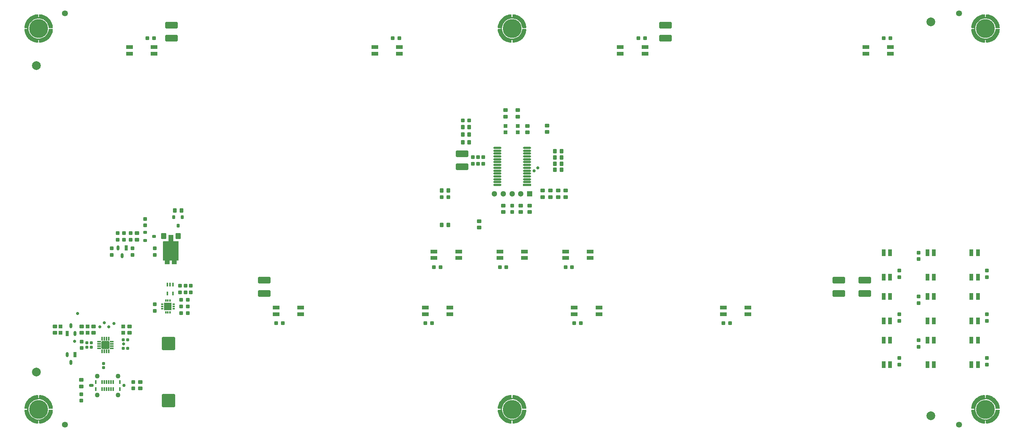
<source format=gts>
G04*
G04 #@! TF.GenerationSoftware,Altium Limited,Altium Designer,24.5.1 (21)*
G04*
G04 Layer_Color=8388736*
%FSLAX25Y25*%
%MOIN*%
G70*
G04*
G04 #@! TF.SameCoordinates,89CE71C2-79D1-448F-8852-A8AA6FA4BD66*
G04*
G04*
G04 #@! TF.FilePolarity,Negative*
G04*
G01*
G75*
%ADD47R,0.01378X0.02362*%
%ADD48R,0.02362X0.01378*%
G04:AMPARAMS|DCode=52|XSize=35.43mil|YSize=38.19mil|CornerRadius=6.69mil|HoleSize=0mil|Usage=FLASHONLY|Rotation=270.000|XOffset=0mil|YOffset=0mil|HoleType=Round|Shape=RoundedRectangle|*
%AMROUNDEDRECTD52*
21,1,0.03543,0.02480,0,0,270.0*
21,1,0.02205,0.03819,0,0,270.0*
1,1,0.01339,-0.01240,-0.01102*
1,1,0.01339,-0.01240,0.01102*
1,1,0.01339,0.01240,0.01102*
1,1,0.01339,0.01240,-0.01102*
%
%ADD52ROUNDEDRECTD52*%
G04:AMPARAMS|DCode=53|XSize=35.43mil|YSize=35.43mil|CornerRadius=6.69mil|HoleSize=0mil|Usage=FLASHONLY|Rotation=270.000|XOffset=0mil|YOffset=0mil|HoleType=Round|Shape=RoundedRectangle|*
%AMROUNDEDRECTD53*
21,1,0.03543,0.02205,0,0,270.0*
21,1,0.02205,0.03543,0,0,270.0*
1,1,0.01339,-0.01102,-0.01102*
1,1,0.01339,-0.01102,0.01102*
1,1,0.01339,0.01102,0.01102*
1,1,0.01339,0.01102,-0.01102*
%
%ADD53ROUNDEDRECTD53*%
G04:AMPARAMS|DCode=54|XSize=35.43mil|YSize=35.43mil|CornerRadius=5.12mil|HoleSize=0mil|Usage=FLASHONLY|Rotation=270.000|XOffset=0mil|YOffset=0mil|HoleType=Round|Shape=RoundedRectangle|*
%AMROUNDEDRECTD54*
21,1,0.03543,0.02520,0,0,270.0*
21,1,0.02520,0.03543,0,0,270.0*
1,1,0.01024,-0.01260,-0.01260*
1,1,0.01024,-0.01260,0.01260*
1,1,0.01024,0.01260,0.01260*
1,1,0.01024,0.01260,-0.01260*
%
%ADD54ROUNDEDRECTD54*%
G04:AMPARAMS|DCode=55|XSize=62.99mil|YSize=36.22mil|CornerRadius=5.2mil|HoleSize=0mil|Usage=FLASHONLY|Rotation=0.000|XOffset=0mil|YOffset=0mil|HoleType=Round|Shape=RoundedRectangle|*
%AMROUNDEDRECTD55*
21,1,0.06299,0.02583,0,0,0.0*
21,1,0.05260,0.03622,0,0,0.0*
1,1,0.01039,0.02630,-0.01291*
1,1,0.01039,-0.02630,-0.01291*
1,1,0.01039,-0.02630,0.01291*
1,1,0.01039,0.02630,0.01291*
%
%ADD55ROUNDEDRECTD55*%
G04:AMPARAMS|DCode=56|XSize=62.99mil|YSize=36.22mil|CornerRadius=5.2mil|HoleSize=0mil|Usage=FLASHONLY|Rotation=90.000|XOffset=0mil|YOffset=0mil|HoleType=Round|Shape=RoundedRectangle|*
%AMROUNDEDRECTD56*
21,1,0.06299,0.02583,0,0,90.0*
21,1,0.05260,0.03622,0,0,90.0*
1,1,0.01039,0.01291,0.02630*
1,1,0.01039,0.01291,-0.02630*
1,1,0.01039,-0.01291,-0.02630*
1,1,0.01039,-0.01291,0.02630*
%
%ADD56ROUNDEDRECTD56*%
%ADD57R,0.01575X0.03740*%
G04:AMPARAMS|DCode=58|XSize=13.78mil|YSize=33.47mil|CornerRadius=3.45mil|HoleSize=0mil|Usage=FLASHONLY|Rotation=90.000|XOffset=0mil|YOffset=0mil|HoleType=Round|Shape=RoundedRectangle|*
%AMROUNDEDRECTD58*
21,1,0.01378,0.02657,0,0,90.0*
21,1,0.00689,0.03347,0,0,90.0*
1,1,0.00689,0.01329,0.00345*
1,1,0.00689,0.01329,-0.00345*
1,1,0.00689,-0.01329,-0.00345*
1,1,0.00689,-0.01329,0.00345*
%
%ADD58ROUNDEDRECTD58*%
G04:AMPARAMS|DCode=59|XSize=13.78mil|YSize=33.47mil|CornerRadius=3.45mil|HoleSize=0mil|Usage=FLASHONLY|Rotation=0.000|XOffset=0mil|YOffset=0mil|HoleType=Round|Shape=RoundedRectangle|*
%AMROUNDEDRECTD59*
21,1,0.01378,0.02657,0,0,0.0*
21,1,0.00689,0.03347,0,0,0.0*
1,1,0.00689,0.00345,-0.01329*
1,1,0.00689,-0.00345,-0.01329*
1,1,0.00689,-0.00345,0.01329*
1,1,0.00689,0.00345,0.01329*
%
%ADD59ROUNDEDRECTD59*%
G04:AMPARAMS|DCode=60|XSize=70.87mil|YSize=70.87mil|CornerRadius=5.32mil|HoleSize=0mil|Usage=FLASHONLY|Rotation=0.000|XOffset=0mil|YOffset=0mil|HoleType=Round|Shape=RoundedRectangle|*
%AMROUNDEDRECTD60*
21,1,0.07087,0.06024,0,0,0.0*
21,1,0.06024,0.07087,0,0,0.0*
1,1,0.01063,0.03012,-0.03012*
1,1,0.01063,-0.03012,-0.03012*
1,1,0.01063,-0.03012,0.03012*
1,1,0.01063,0.03012,0.03012*
%
%ADD60ROUNDEDRECTD60*%
%ADD61C,0.02756*%
%ADD62C,0.02362*%
%ADD63R,0.02547X0.04562*%
G04:AMPARAMS|DCode=64|XSize=45.62mil|YSize=25.47mil|CornerRadius=12.73mil|HoleSize=0mil|Usage=FLASHONLY|Rotation=270.000|XOffset=0mil|YOffset=0mil|HoleType=Round|Shape=RoundedRectangle|*
%AMROUNDEDRECTD64*
21,1,0.04562,0.00000,0,0,270.0*
21,1,0.02015,0.02547,0,0,270.0*
1,1,0.02547,0.00000,-0.01008*
1,1,0.02547,0.00000,0.01008*
1,1,0.02547,0.00000,0.01008*
1,1,0.02547,0.00000,-0.01008*
%
%ADD64ROUNDEDRECTD64*%
G04:AMPARAMS|DCode=65|XSize=23.62mil|YSize=27.56mil|CornerRadius=4.43mil|HoleSize=0mil|Usage=FLASHONLY|Rotation=0.000|XOffset=0mil|YOffset=0mil|HoleType=Round|Shape=RoundedRectangle|*
%AMROUNDEDRECTD65*
21,1,0.02362,0.01870,0,0,0.0*
21,1,0.01476,0.02756,0,0,0.0*
1,1,0.00886,0.00738,-0.00935*
1,1,0.00886,-0.00738,-0.00935*
1,1,0.00886,-0.00738,0.00935*
1,1,0.00886,0.00738,0.00935*
%
%ADD65ROUNDEDRECTD65*%
G04:AMPARAMS|DCode=66|XSize=35.43mil|YSize=38.19mil|CornerRadius=6.69mil|HoleSize=0mil|Usage=FLASHONLY|Rotation=180.000|XOffset=0mil|YOffset=0mil|HoleType=Round|Shape=RoundedRectangle|*
%AMROUNDEDRECTD66*
21,1,0.03543,0.02480,0,0,180.0*
21,1,0.02205,0.03819,0,0,180.0*
1,1,0.01339,-0.01102,0.01240*
1,1,0.01339,0.01102,0.01240*
1,1,0.01339,0.01102,-0.01240*
1,1,0.01339,-0.01102,-0.01240*
%
%ADD66ROUNDEDRECTD66*%
G04:AMPARAMS|DCode=67|XSize=35.43mil|YSize=27.56mil|CornerRadius=5.51mil|HoleSize=0mil|Usage=FLASHONLY|Rotation=270.000|XOffset=0mil|YOffset=0mil|HoleType=Round|Shape=RoundedRectangle|*
%AMROUNDEDRECTD67*
21,1,0.03543,0.01654,0,0,270.0*
21,1,0.02441,0.02756,0,0,270.0*
1,1,0.01102,-0.00827,-0.01221*
1,1,0.01102,-0.00827,0.01221*
1,1,0.01102,0.00827,0.01221*
1,1,0.01102,0.00827,-0.01221*
%
%ADD67ROUNDEDRECTD67*%
G04:AMPARAMS|DCode=68|XSize=122.05mil|YSize=122.05mil|CornerRadius=13.78mil|HoleSize=0mil|Usage=FLASHONLY|Rotation=90.000|XOffset=0mil|YOffset=0mil|HoleType=Round|Shape=RoundedRectangle|*
%AMROUNDEDRECTD68*
21,1,0.12205,0.09449,0,0,90.0*
21,1,0.09449,0.12205,0,0,90.0*
1,1,0.02756,0.04724,0.04724*
1,1,0.02756,0.04724,-0.04724*
1,1,0.02756,-0.04724,-0.04724*
1,1,0.02756,-0.04724,0.04724*
%
%ADD68ROUNDEDRECTD68*%
G04:AMPARAMS|DCode=69|XSize=47.24mil|YSize=55.12mil|CornerRadius=8.46mil|HoleSize=0mil|Usage=FLASHONLY|Rotation=0.000|XOffset=0mil|YOffset=0mil|HoleType=Round|Shape=RoundedRectangle|*
%AMROUNDEDRECTD69*
21,1,0.04724,0.03819,0,0,0.0*
21,1,0.03032,0.05512,0,0,0.0*
1,1,0.01693,0.01516,-0.01909*
1,1,0.01693,-0.01516,-0.01909*
1,1,0.01693,-0.01516,0.01909*
1,1,0.01693,0.01516,0.01909*
%
%ADD69ROUNDEDRECTD69*%
%ADD70R,0.07295X0.02027*%
G04:AMPARAMS|DCode=71|XSize=72.95mil|YSize=20.27mil|CornerRadius=10.14mil|HoleSize=0mil|Usage=FLASHONLY|Rotation=180.000|XOffset=0mil|YOffset=0mil|HoleType=Round|Shape=RoundedRectangle|*
%AMROUNDEDRECTD71*
21,1,0.07295,0.00000,0,0,180.0*
21,1,0.05267,0.02027,0,0,180.0*
1,1,0.02027,-0.02634,0.00000*
1,1,0.02027,0.02634,0.00000*
1,1,0.02027,0.02634,0.00000*
1,1,0.02027,-0.02634,0.00000*
%
%ADD71ROUNDEDRECTD71*%
G04:AMPARAMS|DCode=72|XSize=35.43mil|YSize=15.75mil|CornerRadius=3.74mil|HoleSize=0mil|Usage=FLASHONLY|Rotation=270.000|XOffset=0mil|YOffset=0mil|HoleType=Round|Shape=RoundedRectangle|*
%AMROUNDEDRECTD72*
21,1,0.03543,0.00827,0,0,270.0*
21,1,0.02795,0.01575,0,0,270.0*
1,1,0.00748,-0.00413,-0.01398*
1,1,0.00748,-0.00413,0.01398*
1,1,0.00748,0.00413,0.01398*
1,1,0.00748,0.00413,-0.01398*
%
%ADD72ROUNDEDRECTD72*%
%ADD73O,0.01575X0.03543*%
%ADD74C,0.07874*%
G04:AMPARAMS|DCode=75|XSize=35.43mil|YSize=27.56mil|CornerRadius=5.51mil|HoleSize=0mil|Usage=FLASHONLY|Rotation=0.000|XOffset=0mil|YOffset=0mil|HoleType=Round|Shape=RoundedRectangle|*
%AMROUNDEDRECTD75*
21,1,0.03543,0.01654,0,0,0.0*
21,1,0.02441,0.02756,0,0,0.0*
1,1,0.01102,0.01221,-0.00827*
1,1,0.01102,-0.01221,-0.00827*
1,1,0.01102,-0.01221,0.00827*
1,1,0.01102,0.01221,0.00827*
%
%ADD75ROUNDEDRECTD75*%
%ADD76R,0.06890X0.06890*%
G04:AMPARAMS|DCode=77|XSize=23.62mil|YSize=27.56mil|CornerRadius=4.43mil|HoleSize=0mil|Usage=FLASHONLY|Rotation=90.000|XOffset=0mil|YOffset=0mil|HoleType=Round|Shape=RoundedRectangle|*
%AMROUNDEDRECTD77*
21,1,0.02362,0.01870,0,0,90.0*
21,1,0.01476,0.02756,0,0,90.0*
1,1,0.00886,0.00935,0.00738*
1,1,0.00886,0.00935,-0.00738*
1,1,0.00886,-0.00935,-0.00738*
1,1,0.00886,-0.00935,0.00738*
%
%ADD77ROUNDEDRECTD77*%
G04:AMPARAMS|DCode=78|XSize=35.43mil|YSize=35.43mil|CornerRadius=6.69mil|HoleSize=0mil|Usage=FLASHONLY|Rotation=180.000|XOffset=0mil|YOffset=0mil|HoleType=Round|Shape=RoundedRectangle|*
%AMROUNDEDRECTD78*
21,1,0.03543,0.02205,0,0,180.0*
21,1,0.02205,0.03543,0,0,180.0*
1,1,0.01339,-0.01102,0.01102*
1,1,0.01339,0.01102,0.01102*
1,1,0.01339,0.01102,-0.01102*
1,1,0.01339,-0.01102,-0.01102*
%
%ADD78ROUNDEDRECTD78*%
G04:AMPARAMS|DCode=79|XSize=59.06mil|YSize=114.17mil|CornerRadius=10.24mil|HoleSize=0mil|Usage=FLASHONLY|Rotation=90.000|XOffset=0mil|YOffset=0mil|HoleType=Round|Shape=RoundedRectangle|*
%AMROUNDEDRECTD79*
21,1,0.05906,0.09370,0,0,90.0*
21,1,0.03858,0.11417,0,0,90.0*
1,1,0.02047,0.04685,0.01929*
1,1,0.02047,0.04685,-0.01929*
1,1,0.02047,-0.04685,-0.01929*
1,1,0.02047,-0.04685,0.01929*
%
%ADD79ROUNDEDRECTD79*%
%ADD80C,0.05118*%
%ADD81R,0.05118X0.05118*%
%ADD82O,0.04331X0.02953*%
%ADD83C,0.04331*%
%ADD84C,0.02953*%
%ADD85C,0.05323*%
%ADD86C,0.17008*%
G36*
X24691Y38375D02*
X24709Y38374D01*
X24710Y38374D01*
X24712Y38373D01*
X24730Y38369D01*
X24746Y38364D01*
X24748Y38364D01*
X24749Y38364D01*
X24895Y38309D01*
X24896Y38309D01*
X24898Y38308D01*
X24914Y38300D01*
X24930Y38292D01*
X24931Y38291D01*
X24932Y38291D01*
X24947Y38280D01*
X24961Y38269D01*
X24962Y38268D01*
X24963Y38267D01*
X25076Y38159D01*
X25077Y38158D01*
X25078Y38157D01*
X25089Y38144D01*
X25101Y38130D01*
X25102Y38129D01*
X25103Y38128D01*
X25111Y38112D01*
X25120Y38096D01*
X25120Y38095D01*
X25121Y38094D01*
X25182Y37950D01*
X25183Y37949D01*
X25183Y37947D01*
X25188Y37930D01*
X25194Y37913D01*
X25194Y37912D01*
X25194Y37910D01*
X25196Y37892D01*
X25198Y37874D01*
X25198Y37873D01*
X25198Y37872D01*
X25197Y37799D01*
X25198Y37795D01*
X25199Y35836D01*
X25201Y35830D01*
X25207Y35827D01*
X25975Y35828D01*
X25980Y35831D01*
X25983Y35837D01*
X25983Y35840D01*
Y37795D01*
X25983Y37873D01*
X25983Y37874D01*
X25983Y37876D01*
X25985Y37893D01*
X25987Y37912D01*
X25987Y37913D01*
X25988Y37914D01*
X25993Y37931D01*
X25998Y37949D01*
X25999Y37950D01*
X25999Y37951D01*
X26061Y38094D01*
X26061Y38095D01*
X26062Y38096D01*
X26070Y38112D01*
X26079Y38128D01*
X26080Y38129D01*
X26081Y38130D01*
X26093Y38144D01*
X26104Y38158D01*
X26105Y38159D01*
X26106Y38159D01*
X26219Y38267D01*
X26220Y38267D01*
X26221Y38268D01*
X26235Y38279D01*
X26249Y38291D01*
X26250Y38291D01*
X26251Y38292D01*
X26268Y38300D01*
X26284Y38308D01*
X26285Y38308D01*
X26286Y38309D01*
X26432Y38363D01*
X26433Y38364D01*
X26434Y38364D01*
X26452Y38368D01*
X26470Y38373D01*
X26471Y38373D01*
X26472Y38374D01*
X26490Y38374D01*
X26508Y38375D01*
X26509Y38375D01*
X26511Y38375D01*
X26581Y38372D01*
X26584Y38372D01*
X26586Y38372D01*
X26589Y38372D01*
X27338Y38335D01*
X27350Y38334D01*
X27362Y38333D01*
X28841Y38077D01*
X28852Y38074D01*
X28864Y38071D01*
X30300Y37636D01*
X30311Y37631D01*
X30323Y37628D01*
X31694Y37020D01*
X31705Y37014D01*
X31716Y37009D01*
X33003Y36238D01*
X33013Y36230D01*
X33023Y36224D01*
X34206Y35301D01*
X34214Y35293D01*
X34224Y35285D01*
X35285Y34224D01*
X35292Y34214D01*
X35301Y34206D01*
X36224Y33023D01*
X36230Y33013D01*
X36237Y33003D01*
X37008Y31716D01*
X37014Y31705D01*
X37020Y31694D01*
X37627Y30322D01*
X37631Y30311D01*
X37635Y30300D01*
X38070Y28864D01*
X38073Y28852D01*
X38076Y28840D01*
X38332Y27362D01*
X38333Y27350D01*
X38335Y27338D01*
X38370Y26603D01*
X38371Y26601D01*
X38371Y26595D01*
X38372Y26589D01*
X38376Y26511D01*
X38376Y26510D01*
X38376Y26509D01*
X38375Y26491D01*
X38374Y26472D01*
X38374Y26471D01*
X38374Y26470D01*
X38369Y26452D01*
X38365Y26435D01*
X38364Y26434D01*
X38364Y26432D01*
X38309Y26286D01*
X38309Y26285D01*
X38309Y26283D01*
X38300Y26267D01*
X38293Y26251D01*
X38292Y26250D01*
X38291Y26249D01*
X38280Y26234D01*
X38269Y26220D01*
X38268Y26219D01*
X38267Y26218D01*
X38160Y26105D01*
X38159Y26105D01*
X38158Y26103D01*
X38144Y26092D01*
X38130Y26080D01*
X38129Y26079D01*
X38128Y26079D01*
X38112Y26070D01*
X38096Y26061D01*
X38095Y26061D01*
X38094Y26060D01*
X37951Y25999D01*
X37949Y25998D01*
X37948Y25998D01*
X37931Y25993D01*
X37914Y25987D01*
X37912Y25987D01*
X37911Y25987D01*
X37892Y25985D01*
X37875Y25983D01*
X37874Y25983D01*
X37872Y25983D01*
X37794Y25983D01*
X37794Y25983D01*
X35630Y25983D01*
X35157D01*
X35139Y25985D01*
X35122Y25986D01*
X35120Y25987D01*
X35118Y25987D01*
X35101Y25992D01*
X35085Y25997D01*
X34936Y26055D01*
X34920Y26063D01*
X34905Y26070D01*
X34903Y26071D01*
X34901Y26072D01*
X34888Y26083D01*
X34874Y26093D01*
X34756Y26201D01*
X34745Y26214D01*
X34733Y26226D01*
X34732Y26228D01*
X34731Y26230D01*
X34722Y26244D01*
X34713Y26259D01*
X34642Y26402D01*
X34636Y26419D01*
X34630Y26434D01*
X34629Y26436D01*
X34628Y26439D01*
X34626Y26455D01*
X34622Y26472D01*
X34616Y26547D01*
X34504Y27373D01*
X34050Y28980D01*
X33306Y30470D01*
X32296Y31794D01*
X31056Y32906D01*
X29630Y33766D01*
X28069Y34345D01*
X26422Y34622D01*
X25592Y34643D01*
X24711Y34592D01*
X22973Y34233D01*
X21340Y33547D01*
X19871Y32560D01*
X18619Y31309D01*
X17632Y29839D01*
X16947Y28207D01*
X16588Y26469D01*
X16537Y25589D01*
X16580Y24708D01*
X16928Y22962D01*
X17608Y21322D01*
X18596Y19846D01*
X19851Y18591D01*
X21328Y17605D01*
X22969Y16926D01*
X24715Y16580D01*
X25598Y16537D01*
X26420Y16574D01*
X28050Y16876D01*
X29593Y17467D01*
X31003Y18329D01*
X32232Y19434D01*
X33240Y20744D01*
X33992Y22216D01*
X34465Y23804D01*
X34591Y24622D01*
X34599Y24700D01*
X34603Y24717D01*
X34606Y24733D01*
X34607Y24736D01*
X34607Y24738D01*
X34614Y24754D01*
X34620Y24769D01*
X34696Y24918D01*
X34705Y24932D01*
X34714Y24947D01*
X34715Y24949D01*
X34717Y24951D01*
X34728Y24963D01*
X34740Y24975D01*
X34864Y25087D01*
X34878Y25097D01*
X34891Y25107D01*
X34893Y25109D01*
X34895Y25110D01*
X34911Y25117D01*
X34926Y25125D01*
X35082Y25185D01*
X35098Y25189D01*
X35114Y25194D01*
X35117Y25194D01*
X35119Y25195D01*
X35136Y25196D01*
X35153Y25198D01*
X35234Y25198D01*
X35234Y25198D01*
X35234Y25198D01*
X35236D01*
X35236Y25198D01*
X37795Y25198D01*
X37873Y25198D01*
X37874Y25198D01*
X37875Y25198D01*
X37893Y25196D01*
X37911Y25194D01*
X37913Y25194D01*
X37914Y25194D01*
X37931Y25188D01*
X37948Y25183D01*
X37950Y25183D01*
X37951Y25182D01*
X38094Y25121D01*
X38096Y25120D01*
X38097Y25120D01*
X38113Y25111D01*
X38128Y25102D01*
X38129Y25101D01*
X38131Y25101D01*
X38144Y25089D01*
X38158Y25077D01*
X38159Y25076D01*
X38160Y25075D01*
X38268Y24962D01*
X38268Y24961D01*
X38269Y24960D01*
X38280Y24947D01*
X38291Y24932D01*
X38292Y24931D01*
X38293Y24929D01*
X38301Y24913D01*
X38309Y24897D01*
X38309Y24896D01*
X38310Y24895D01*
X38364Y24748D01*
X38364Y24747D01*
X38365Y24746D01*
X38369Y24729D01*
X38374Y24711D01*
X38374Y24710D01*
X38374Y24708D01*
X38375Y24690D01*
X38376Y24672D01*
X38376Y24671D01*
X38376Y24669D01*
X38372Y24593D01*
X38372Y24592D01*
X38336Y23843D01*
X38334Y23831D01*
X38333Y23819D01*
X38077Y22340D01*
X38074Y22329D01*
X38072Y22317D01*
X37637Y20881D01*
X37632Y20869D01*
X37628Y20858D01*
X37021Y19486D01*
X37015Y19476D01*
X37010Y19465D01*
X36238Y18178D01*
X36231Y18168D01*
X36225Y18157D01*
X35302Y16974D01*
X35293Y16966D01*
X35286Y16956D01*
X34225Y15895D01*
X34215Y15888D01*
X34207Y15879D01*
X33024Y14956D01*
X33013Y14950D01*
X33004Y14943D01*
X31716Y14172D01*
X31705Y14166D01*
X31695Y14160D01*
X30323Y13553D01*
X30312Y13549D01*
X30300Y13544D01*
X28864Y13109D01*
X28852Y13107D01*
X28841Y13104D01*
X27362Y12848D01*
X27350Y12847D01*
X27338Y12845D01*
X26589Y12809D01*
X26589D01*
X26511Y12805D01*
X26510Y12805D01*
X26509Y12805D01*
X26491Y12806D01*
X26472Y12807D01*
X26471Y12807D01*
X26470Y12808D01*
X26452Y12812D01*
X26435Y12817D01*
X26434Y12817D01*
X26432Y12817D01*
X26286Y12872D01*
X26285Y12872D01*
X26284Y12873D01*
X26268Y12880D01*
X26252Y12889D01*
X26250Y12889D01*
X26249Y12890D01*
X26235Y12901D01*
X26221Y12912D01*
X26220Y12913D01*
X26219Y12914D01*
X26106Y13021D01*
X26105Y13022D01*
X26104Y13023D01*
X26092Y13037D01*
X26081Y13051D01*
X26080Y13052D01*
X26079Y13053D01*
X26070Y13069D01*
X26061Y13084D01*
X26061Y13086D01*
X26061Y13087D01*
X25999Y13230D01*
X25999Y13231D01*
X25998Y13232D01*
X25993Y13250D01*
X25987Y13267D01*
X25987Y13268D01*
X25987Y13269D01*
X25985Y13288D01*
X25983Y13306D01*
X25983Y13307D01*
X25983Y13308D01*
X25983Y13386D01*
X25983Y15345D01*
X25981Y15351D01*
X25975Y15353D01*
X25974Y15353D01*
X25206Y15353D01*
X25206Y15353D01*
X25200Y15351D01*
X25198Y15345D01*
X25197Y13386D01*
X25198Y13309D01*
X25198Y13307D01*
X25198Y13306D01*
X25196Y13288D01*
X25194Y13270D01*
X25194Y13269D01*
X25194Y13267D01*
X25188Y13250D01*
X25184Y13233D01*
X25183Y13232D01*
X25182Y13230D01*
X25121Y13086D01*
X25121Y13085D01*
X25120Y13083D01*
X25112Y13068D01*
X25103Y13052D01*
X25102Y13051D01*
X25101Y13050D01*
X25089Y13036D01*
X25078Y13023D01*
X25077Y13022D01*
X25076Y13020D01*
X24963Y12913D01*
X24961Y12912D01*
X24960Y12911D01*
X24946Y12900D01*
X24932Y12889D01*
X24931Y12888D01*
X24929Y12887D01*
X24913Y12879D01*
X24897Y12871D01*
X24896Y12871D01*
X24894Y12870D01*
X24748Y12817D01*
X24746Y12816D01*
X24745Y12815D01*
X24727Y12811D01*
X24710Y12807D01*
X24709Y12807D01*
X24707Y12806D01*
X24689Y12806D01*
X24672Y12804D01*
X24670Y12805D01*
X24668Y12805D01*
X24591Y12809D01*
X23843Y12846D01*
X23831Y12847D01*
X23819Y12848D01*
X22341Y13104D01*
X22329Y13108D01*
X22317Y13110D01*
X20881Y13545D01*
X20870Y13550D01*
X20858Y13554D01*
X19487Y14161D01*
X19476Y14167D01*
X19465Y14173D01*
X18178Y14944D01*
X18169Y14951D01*
X18158Y14957D01*
X16975Y15880D01*
X16967Y15889D01*
X16957Y15897D01*
X15897Y16957D01*
X15889Y16967D01*
X15880Y16975D01*
X14957Y18158D01*
X14951Y18169D01*
X14944Y18178D01*
X14173Y19465D01*
X14167Y19476D01*
X14161Y19487D01*
X13554Y20858D01*
X13550Y20870D01*
X13545Y20881D01*
X13110Y22317D01*
X13108Y22329D01*
X13104Y22341D01*
X12848Y23819D01*
X12847Y23831D01*
X12846Y23843D01*
X12809Y24592D01*
Y24592D01*
X12805Y24670D01*
X12805Y24671D01*
X12805Y24672D01*
X12806Y24690D01*
X12807Y24708D01*
X12808Y24710D01*
X12808Y24711D01*
X12812Y24729D01*
X12817Y24746D01*
X12817Y24747D01*
X12817Y24748D01*
X12872Y24894D01*
X12872Y24895D01*
X12873Y24896D01*
X12880Y24912D01*
X12889Y24929D01*
X12889Y24930D01*
X12890Y24931D01*
X12901Y24945D01*
X12912Y24960D01*
X12913Y24961D01*
X12914Y24961D01*
X13021Y25074D01*
X13022Y25075D01*
X13023Y25076D01*
X13037Y25087D01*
X13050Y25099D01*
X13051Y25100D01*
X13052Y25101D01*
X13069Y25110D01*
X13084Y25118D01*
X13085Y25119D01*
X13086Y25119D01*
X13229Y25180D01*
X13230Y25181D01*
X13232Y25181D01*
X13249Y25186D01*
X13266Y25192D01*
X13268Y25192D01*
X13269Y25192D01*
X13287Y25194D01*
X13305Y25196D01*
X13306Y25196D01*
X13307Y25196D01*
X13384Y25196D01*
X13385Y25196D01*
X15353Y25198D01*
X15353Y25198D01*
X15353Y25199D01*
X15353Y25201D01*
X15353Y25974D01*
X15351Y25980D01*
X15345Y25983D01*
X15340Y25983D01*
X13386Y25983D01*
X13308D01*
X13307Y25983D01*
X13306Y25983D01*
X13287Y25985D01*
X13269Y25987D01*
X13268Y25987D01*
X13267Y25988D01*
X13249Y25993D01*
X13232Y25998D01*
X13231Y25999D01*
X13230Y25999D01*
X13087Y26061D01*
X13086Y26061D01*
X13084Y26062D01*
X13069Y26071D01*
X13053Y26079D01*
X13052Y26080D01*
X13051Y26081D01*
X13037Y26093D01*
X13023Y26104D01*
X13022Y26105D01*
X13021Y26106D01*
X12914Y26219D01*
X12913Y26220D01*
X12912Y26221D01*
X12901Y26235D01*
X12890Y26250D01*
X12889Y26251D01*
X12889Y26252D01*
X12881Y26268D01*
X12873Y26284D01*
X12872Y26285D01*
X12872Y26286D01*
X12817Y26432D01*
X12817Y26434D01*
X12817Y26435D01*
X12812Y26452D01*
X12808Y26470D01*
X12808Y26471D01*
X12807Y26472D01*
X12806Y26491D01*
X12805Y26509D01*
X12805Y26510D01*
X12805Y26511D01*
X12809Y26589D01*
D01*
Y26589D01*
X12846Y27338D01*
X12847Y27350D01*
X12848Y27362D01*
X13104Y28841D01*
X13108Y28852D01*
X13110Y28864D01*
X13545Y30300D01*
X13550Y30311D01*
X13554Y30323D01*
X14162Y31694D01*
X14167Y31705D01*
X14173Y31716D01*
X14944Y33003D01*
X14951Y33012D01*
X14958Y33023D01*
X15881Y34205D01*
X15889Y34214D01*
X15897Y34223D01*
X16958Y35284D01*
X16967Y35292D01*
X16976Y35300D01*
X18158Y36223D01*
X18169Y36230D01*
X18179Y36237D01*
X19466Y37008D01*
X19476Y37013D01*
X19487Y37019D01*
X20859Y37627D01*
X20870Y37631D01*
X20881Y37635D01*
X22317Y38070D01*
X22329Y38073D01*
X22341Y38076D01*
X23819Y38332D01*
X23831Y38333D01*
X23843Y38335D01*
X24588Y38371D01*
X24592Y38372D01*
X24670Y38376D01*
X24671Y38376D01*
X24673Y38376D01*
X24691Y38375D01*
D02*
G37*
G36*
X146299Y182575D02*
X146336Y182564D01*
X146370Y182546D01*
X146400Y182521D01*
X146424Y182491D01*
X146443Y182457D01*
X146454Y182420D01*
X146458Y182381D01*
Y176674D01*
X150984D01*
X151023Y176670D01*
X151060Y176658D01*
X151094Y176640D01*
X151124Y176616D01*
X151149Y176586D01*
X151167Y176551D01*
X151178Y176514D01*
X151182Y176476D01*
Y159547D01*
X151178Y159508D01*
X151167Y159471D01*
X151149Y159437D01*
X151124Y159407D01*
X151094Y159382D01*
X151060Y159364D01*
X151023Y159353D01*
X150984Y159349D01*
X149607D01*
Y156397D01*
X149604Y156359D01*
X149592Y156321D01*
X149574Y156287D01*
X149549Y156257D01*
X149520Y156233D01*
X149485Y156214D01*
X149448Y156203D01*
X149410Y156199D01*
X145473D01*
X145434Y156203D01*
X145397Y156214D01*
X145363Y156233D01*
X145333Y156257D01*
X145308Y156287D01*
X145290Y156321D01*
X145279Y156359D01*
X145275Y156397D01*
Y159349D01*
X143308D01*
Y156397D01*
X143304Y156359D01*
X143293Y156321D01*
X143275Y156287D01*
X143250Y156257D01*
X143220Y156233D01*
X143186Y156214D01*
X143149Y156203D01*
X143110Y156199D01*
X139173D01*
X139135Y156203D01*
X139098Y156214D01*
X139064Y156233D01*
X139033Y156257D01*
X139009Y156287D01*
X138991Y156321D01*
X138979Y156359D01*
X138976Y156397D01*
Y159349D01*
X137599D01*
X137560Y159353D01*
X137523Y159364D01*
X137489Y159382D01*
X137459Y159407D01*
X137434Y159437D01*
X137416Y159471D01*
X137405Y159508D01*
X137401Y159547D01*
Y176476D01*
X137405Y176514D01*
X137416Y176551D01*
X137434Y176586D01*
X137459Y176616D01*
X137489Y176640D01*
X137523Y176658D01*
X137560Y176670D01*
X137599Y176674D01*
X142125D01*
Y182381D01*
X142129Y182420D01*
X142140Y182457D01*
X142159Y182491D01*
X142183Y182521D01*
X142213Y182546D01*
X142247Y182564D01*
X142284Y182575D01*
X142323Y182579D01*
X146260D01*
X146299Y182575D01*
D02*
G37*
G36*
X24691Y380894D02*
X24709Y380893D01*
X24710Y380893D01*
X24712Y380893D01*
X24730Y380888D01*
X24746Y380884D01*
X24748Y380884D01*
X24749Y380883D01*
X24895Y380829D01*
X24896Y380828D01*
X24898Y380828D01*
X24914Y380820D01*
X24930Y380812D01*
X24931Y380811D01*
X24932Y380810D01*
X24947Y380799D01*
X24961Y380788D01*
X24962Y380787D01*
X24963Y380787D01*
X25076Y380679D01*
X25077Y380678D01*
X25078Y380677D01*
X25089Y380664D01*
X25101Y380650D01*
X25102Y380648D01*
X25103Y380647D01*
X25111Y380632D01*
X25120Y380616D01*
X25120Y380614D01*
X25121Y380613D01*
X25182Y380470D01*
X25183Y380468D01*
X25183Y380467D01*
X25188Y380450D01*
X25194Y380433D01*
X25194Y380431D01*
X25194Y380430D01*
X25196Y380412D01*
X25198Y380394D01*
X25198Y380393D01*
X25198Y380391D01*
X25197Y380319D01*
X25198Y380315D01*
X25199Y378355D01*
X25201Y378349D01*
X25207Y378347D01*
X25975Y378348D01*
X25980Y378350D01*
X25983Y378356D01*
X25983Y378360D01*
Y380315D01*
X25983Y380393D01*
X25983Y380394D01*
X25983Y380395D01*
X25985Y380413D01*
X25987Y380431D01*
X25987Y380433D01*
X25988Y380434D01*
X25993Y380451D01*
X25998Y380469D01*
X25999Y380469D01*
X25999Y380471D01*
X26061Y380614D01*
X26061Y380615D01*
X26062Y380616D01*
X26070Y380632D01*
X26079Y380648D01*
X26080Y380649D01*
X26081Y380650D01*
X26093Y380664D01*
X26104Y380677D01*
X26105Y380678D01*
X26106Y380679D01*
X26219Y380786D01*
X26220Y380787D01*
X26221Y380788D01*
X26235Y380799D01*
X26249Y380810D01*
X26250Y380811D01*
X26251Y380812D01*
X26268Y380820D01*
X26284Y380828D01*
X26285Y380828D01*
X26286Y380829D01*
X26432Y380883D01*
X26433Y380883D01*
X26434Y380884D01*
X26452Y380888D01*
X26470Y380893D01*
X26471Y380893D01*
X26472Y380893D01*
X26490Y380894D01*
X26508Y380895D01*
X26509Y380895D01*
X26511Y380895D01*
X26581Y380892D01*
X26584Y380892D01*
X26586Y380892D01*
X26589Y380892D01*
X27338Y380855D01*
X27350Y380854D01*
X27362Y380853D01*
X28841Y380597D01*
X28852Y380593D01*
X28864Y380591D01*
X30300Y380156D01*
X30311Y380151D01*
X30323Y380147D01*
X31694Y379540D01*
X31705Y379534D01*
X31716Y379528D01*
X33003Y378757D01*
X33013Y378750D01*
X33023Y378744D01*
X34206Y377820D01*
X34214Y377812D01*
X34224Y377804D01*
X35285Y376744D01*
X35292Y376734D01*
X35301Y376725D01*
X36224Y375542D01*
X36230Y375532D01*
X36237Y375522D01*
X37008Y374235D01*
X37014Y374224D01*
X37020Y374214D01*
X37627Y372842D01*
X37631Y372831D01*
X37635Y372819D01*
X38070Y371383D01*
X38073Y371371D01*
X38076Y371360D01*
X38332Y369881D01*
X38333Y369869D01*
X38335Y369857D01*
X38370Y369123D01*
X38371Y369121D01*
X38371Y369115D01*
X38372Y369109D01*
X38376Y369031D01*
X38376Y369029D01*
X38376Y369028D01*
X38375Y369010D01*
X38374Y368992D01*
X38374Y368991D01*
X38374Y368989D01*
X38369Y368972D01*
X38365Y368955D01*
X38364Y368953D01*
X38364Y368952D01*
X38309Y368806D01*
X38309Y368805D01*
X38309Y368803D01*
X38300Y368787D01*
X38293Y368771D01*
X38292Y368770D01*
X38291Y368769D01*
X38280Y368754D01*
X38269Y368740D01*
X38268Y368739D01*
X38267Y368738D01*
X38160Y368625D01*
X38159Y368624D01*
X38158Y368623D01*
X38144Y368612D01*
X38130Y368600D01*
X38129Y368599D01*
X38128Y368598D01*
X38112Y368589D01*
X38096Y368581D01*
X38095Y368580D01*
X38094Y368580D01*
X37951Y368518D01*
X37949Y368518D01*
X37948Y368517D01*
X37931Y368512D01*
X37914Y368507D01*
X37912Y368507D01*
X37911Y368506D01*
X37892Y368505D01*
X37875Y368503D01*
X37874Y368503D01*
X37872Y368503D01*
X37794Y368503D01*
X37794Y368503D01*
X35630Y368503D01*
X35157D01*
X35139Y368505D01*
X35122Y368506D01*
X35120Y368507D01*
X35118Y368507D01*
X35101Y368512D01*
X35085Y368516D01*
X34936Y368574D01*
X34920Y368582D01*
X34905Y368589D01*
X34903Y368591D01*
X34901Y368592D01*
X34888Y368603D01*
X34874Y368613D01*
X34756Y368721D01*
X34745Y368733D01*
X34733Y368746D01*
X34732Y368748D01*
X34731Y368749D01*
X34722Y368764D01*
X34713Y368779D01*
X34642Y368922D01*
X34636Y368938D01*
X34630Y368954D01*
X34629Y368956D01*
X34628Y368958D01*
X34626Y368975D01*
X34622Y368992D01*
X34616Y369067D01*
X34504Y369893D01*
X34050Y371500D01*
X33306Y372990D01*
X32296Y374313D01*
X31056Y375425D01*
X29630Y376286D01*
X28069Y376864D01*
X26422Y377141D01*
X25592Y377163D01*
X24711Y377111D01*
X22973Y376752D01*
X21340Y376067D01*
X19871Y375080D01*
X18619Y373828D01*
X17632Y372359D01*
X16947Y370726D01*
X16588Y368988D01*
X16537Y368109D01*
X16580Y367227D01*
X16928Y365481D01*
X17608Y363841D01*
X18596Y362366D01*
X19851Y361111D01*
X21328Y360125D01*
X22969Y359446D01*
X24715Y359100D01*
X25598Y359057D01*
X26420Y359094D01*
X28050Y359395D01*
X29593Y359987D01*
X31003Y360849D01*
X32232Y361954D01*
X33240Y363264D01*
X33992Y364735D01*
X34465Y366324D01*
X34591Y367142D01*
X34599Y367220D01*
X34603Y367237D01*
X34606Y367253D01*
X34607Y367255D01*
X34607Y367258D01*
X34614Y367274D01*
X34620Y367289D01*
X34696Y367438D01*
X34705Y367452D01*
X34714Y367466D01*
X34715Y367468D01*
X34717Y367471D01*
X34728Y367483D01*
X34740Y367495D01*
X34864Y367607D01*
X34878Y367617D01*
X34891Y367627D01*
X34893Y367628D01*
X34895Y367630D01*
X34911Y367637D01*
X34926Y367645D01*
X35082Y367704D01*
X35098Y367709D01*
X35114Y367714D01*
X35117Y367714D01*
X35119Y367715D01*
X35136Y367716D01*
X35153Y367717D01*
X35234Y367717D01*
X35234Y367718D01*
X35234Y367717D01*
X35236D01*
X35236Y367718D01*
X37795Y367718D01*
X37873Y367718D01*
X37874Y367718D01*
X37875Y367718D01*
X37893Y367716D01*
X37911Y367714D01*
X37913Y367714D01*
X37914Y367713D01*
X37931Y367708D01*
X37948Y367703D01*
X37950Y367702D01*
X37951Y367702D01*
X38094Y367641D01*
X38096Y367640D01*
X38097Y367639D01*
X38113Y367631D01*
X38128Y367622D01*
X38129Y367621D01*
X38131Y367620D01*
X38144Y367609D01*
X38158Y367597D01*
X38159Y367596D01*
X38160Y367595D01*
X38268Y367482D01*
X38268Y367481D01*
X38269Y367480D01*
X38280Y367466D01*
X38291Y367452D01*
X38292Y367450D01*
X38293Y367449D01*
X38301Y367433D01*
X38309Y367417D01*
X38309Y367416D01*
X38310Y367414D01*
X38364Y367268D01*
X38364Y367267D01*
X38365Y367266D01*
X38369Y367248D01*
X38374Y367231D01*
X38374Y367229D01*
X38374Y367228D01*
X38375Y367210D01*
X38376Y367192D01*
X38376Y367191D01*
X38376Y367189D01*
X38372Y367112D01*
X38372Y367112D01*
X38336Y366363D01*
X38334Y366351D01*
X38333Y366338D01*
X38077Y364860D01*
X38074Y364848D01*
X38072Y364836D01*
X37637Y363400D01*
X37632Y363389D01*
X37628Y363378D01*
X37021Y362006D01*
X37015Y361995D01*
X37010Y361984D01*
X36238Y360697D01*
X36231Y360687D01*
X36225Y360677D01*
X35302Y359494D01*
X35293Y359485D01*
X35286Y359476D01*
X34225Y358415D01*
X34215Y358407D01*
X34207Y358399D01*
X33024Y357476D01*
X33013Y357470D01*
X33004Y357462D01*
X31716Y356691D01*
X31705Y356686D01*
X31695Y356680D01*
X30323Y356072D01*
X30312Y356069D01*
X30300Y356064D01*
X28864Y355629D01*
X28852Y355627D01*
X28841Y355623D01*
X27362Y355368D01*
X27350Y355367D01*
X27338Y355365D01*
X26589Y355329D01*
X26589D01*
X26511Y355325D01*
X26510Y355325D01*
X26509Y355325D01*
X26491Y355326D01*
X26472Y355327D01*
X26471Y355327D01*
X26470Y355327D01*
X26452Y355332D01*
X26435Y355336D01*
X26434Y355337D01*
X26432Y355337D01*
X26286Y355391D01*
X26285Y355392D01*
X26284Y355392D01*
X26268Y355400D01*
X26252Y355408D01*
X26250Y355409D01*
X26249Y355410D01*
X26235Y355421D01*
X26221Y355432D01*
X26220Y355433D01*
X26219Y355434D01*
X26106Y355541D01*
X26105Y355542D01*
X26104Y355543D01*
X26092Y355557D01*
X26081Y355570D01*
X26080Y355572D01*
X26079Y355572D01*
X26070Y355588D01*
X26061Y355604D01*
X26061Y355605D01*
X26061Y355606D01*
X25999Y355750D01*
X25999Y355751D01*
X25998Y355752D01*
X25993Y355769D01*
X25987Y355787D01*
X25987Y355788D01*
X25987Y355789D01*
X25985Y355807D01*
X25983Y355825D01*
X25983Y355826D01*
X25983Y355828D01*
X25983Y355906D01*
X25983Y357865D01*
X25981Y357871D01*
X25975Y357873D01*
X25974Y357873D01*
X25206Y357873D01*
X25206Y357873D01*
X25200Y357871D01*
X25198Y357865D01*
X25197Y355906D01*
X25198Y355829D01*
X25198Y355827D01*
X25198Y355825D01*
X25196Y355808D01*
X25194Y355790D01*
X25194Y355788D01*
X25194Y355787D01*
X25188Y355770D01*
X25184Y355753D01*
X25183Y355751D01*
X25182Y355750D01*
X25121Y355606D01*
X25121Y355605D01*
X25120Y355603D01*
X25112Y355588D01*
X25103Y355572D01*
X25102Y355571D01*
X25101Y355569D01*
X25089Y355556D01*
X25078Y355542D01*
X25077Y355541D01*
X25076Y355540D01*
X24963Y355432D01*
X24961Y355431D01*
X24960Y355430D01*
X24946Y355420D01*
X24932Y355409D01*
X24931Y355408D01*
X24929Y355407D01*
X24913Y355399D01*
X24897Y355391D01*
X24896Y355391D01*
X24894Y355390D01*
X24748Y355336D01*
X24746Y355336D01*
X24745Y355335D01*
X24727Y355331D01*
X24710Y355326D01*
X24709Y355326D01*
X24707Y355326D01*
X24689Y355325D01*
X24672Y355324D01*
X24670Y355324D01*
X24668Y355324D01*
X24591Y355329D01*
X23843Y355365D01*
X23831Y355367D01*
X23819Y355368D01*
X22341Y355624D01*
X22329Y355627D01*
X22317Y355630D01*
X20881Y356065D01*
X20870Y356069D01*
X20858Y356073D01*
X19487Y356681D01*
X19476Y356687D01*
X19465Y356692D01*
X18178Y357463D01*
X18169Y357471D01*
X18158Y357477D01*
X16975Y358400D01*
X16967Y358408D01*
X16957Y358416D01*
X15897Y359477D01*
X15889Y359486D01*
X15880Y359495D01*
X14957Y360678D01*
X14951Y360688D01*
X14944Y360698D01*
X14173Y361985D01*
X14167Y361996D01*
X14161Y362006D01*
X13554Y363378D01*
X13550Y363390D01*
X13545Y363401D01*
X13110Y364837D01*
X13108Y364848D01*
X13104Y364860D01*
X12848Y366338D01*
X12847Y366351D01*
X12846Y366363D01*
X12809Y367112D01*
Y367112D01*
X12805Y367189D01*
X12805Y367191D01*
X12805Y367192D01*
X12806Y367210D01*
X12807Y367228D01*
X12808Y367229D01*
X12808Y367231D01*
X12812Y367249D01*
X12817Y367266D01*
X12817Y367267D01*
X12817Y367268D01*
X12872Y367414D01*
X12872Y367415D01*
X12873Y367416D01*
X12880Y367432D01*
X12889Y367448D01*
X12889Y367449D01*
X12890Y367451D01*
X12901Y367465D01*
X12912Y367479D01*
X12913Y367480D01*
X12914Y367481D01*
X13021Y367594D01*
X13022Y367594D01*
X13023Y367595D01*
X13037Y367607D01*
X13050Y367619D01*
X13051Y367619D01*
X13052Y367620D01*
X13069Y367629D01*
X13084Y367638D01*
X13085Y367638D01*
X13086Y367639D01*
X13229Y367700D01*
X13230Y367700D01*
X13232Y367701D01*
X13249Y367706D01*
X13266Y367712D01*
X13268Y367712D01*
X13269Y367712D01*
X13287Y367714D01*
X13305Y367716D01*
X13306Y367716D01*
X13307Y367716D01*
X13384Y367716D01*
X13385Y367716D01*
X15353Y367718D01*
X15353Y367718D01*
X15353Y367719D01*
X15353Y367721D01*
X15353Y368494D01*
X15351Y368500D01*
X15345Y368503D01*
X15340Y368503D01*
X13386Y368503D01*
X13308D01*
X13307Y368503D01*
X13306Y368503D01*
X13287Y368505D01*
X13269Y368507D01*
X13268Y368507D01*
X13267Y368507D01*
X13249Y368513D01*
X13232Y368518D01*
X13231Y368519D01*
X13230Y368519D01*
X13087Y368580D01*
X13086Y368581D01*
X13084Y368581D01*
X13069Y368590D01*
X13053Y368599D01*
X13052Y368600D01*
X13051Y368600D01*
X13037Y368613D01*
X13023Y368624D01*
X13022Y368625D01*
X13021Y368626D01*
X12914Y368739D01*
X12913Y368740D01*
X12912Y368740D01*
X12901Y368755D01*
X12890Y368769D01*
X12889Y368770D01*
X12889Y368771D01*
X12881Y368788D01*
X12873Y368804D01*
X12872Y368805D01*
X12872Y368806D01*
X12817Y368952D01*
X12817Y368953D01*
X12817Y368954D01*
X12812Y368972D01*
X12808Y368990D01*
X12808Y368991D01*
X12807Y368992D01*
X12806Y369010D01*
X12805Y369028D01*
X12805Y369029D01*
X12805Y369031D01*
X12809Y369109D01*
D01*
Y369109D01*
X12846Y369858D01*
X12847Y369870D01*
X12848Y369882D01*
X13104Y371360D01*
X13108Y371372D01*
X13110Y371384D01*
X13545Y372819D01*
X13550Y372831D01*
X13554Y372842D01*
X14162Y374214D01*
X14167Y374224D01*
X14173Y374235D01*
X14944Y375522D01*
X14951Y375532D01*
X14958Y375542D01*
X15881Y376725D01*
X15889Y376734D01*
X15897Y376743D01*
X16958Y377804D01*
X16967Y377812D01*
X16976Y377820D01*
X18158Y378743D01*
X18169Y378749D01*
X18179Y378757D01*
X19466Y379528D01*
X19476Y379533D01*
X19487Y379539D01*
X20859Y380147D01*
X20870Y380150D01*
X20881Y380155D01*
X22317Y380590D01*
X22329Y380592D01*
X22341Y380596D01*
X23819Y380852D01*
X23831Y380853D01*
X23843Y380854D01*
X24588Y380891D01*
X24592Y380891D01*
X24670Y380895D01*
X24671Y380895D01*
X24673Y380895D01*
X24691Y380894D01*
D02*
G37*
G36*
X449888Y38375D02*
X449906Y38374D01*
X449907Y38374D01*
X449908Y38373D01*
X449926Y38369D01*
X449943Y38364D01*
X449944Y38364D01*
X449946Y38364D01*
X450092Y38309D01*
X450093Y38309D01*
X450095Y38308D01*
X450110Y38300D01*
X450127Y38292D01*
X450128Y38291D01*
X450129Y38291D01*
X450144Y38280D01*
X450158Y38269D01*
X450159Y38268D01*
X450160Y38267D01*
X450273Y38159D01*
X450274Y38158D01*
X450275Y38157D01*
X450286Y38144D01*
X450298Y38130D01*
X450299Y38129D01*
X450299Y38128D01*
X450308Y38112D01*
X450317Y38096D01*
X450317Y38095D01*
X450318Y38094D01*
X450379Y37950D01*
X450379Y37949D01*
X450380Y37947D01*
X450385Y37930D01*
X450390Y37913D01*
X450391Y37912D01*
X450391Y37910D01*
X450393Y37892D01*
X450395Y37874D01*
X450395Y37873D01*
X450395Y37872D01*
X450394Y37799D01*
X450395Y37795D01*
X450396Y35836D01*
X450398Y35830D01*
X450404Y35827D01*
X451172Y35828D01*
X451177Y35831D01*
X451180Y35837D01*
X451180Y35840D01*
Y37795D01*
X451180Y37873D01*
X451180Y37874D01*
X451180Y37876D01*
X451182Y37893D01*
X451184Y37912D01*
X451184Y37913D01*
X451184Y37914D01*
X451190Y37931D01*
X451195Y37949D01*
X451196Y37950D01*
X451196Y37951D01*
X451258Y38094D01*
X451258Y38095D01*
X451258Y38096D01*
X451267Y38112D01*
X451276Y38128D01*
X451277Y38129D01*
X451277Y38130D01*
X451290Y38144D01*
X451301Y38158D01*
X451302Y38159D01*
X451303Y38159D01*
X451416Y38267D01*
X451416Y38267D01*
X451417Y38268D01*
X451432Y38279D01*
X451446Y38291D01*
X451447Y38291D01*
X451448Y38292D01*
X451465Y38300D01*
X451481Y38308D01*
X451482Y38308D01*
X451483Y38309D01*
X451629Y38363D01*
X451630Y38364D01*
X451631Y38364D01*
X451649Y38368D01*
X451666Y38373D01*
X451668Y38373D01*
X451669Y38374D01*
X451687Y38374D01*
X451705Y38375D01*
X451706Y38375D01*
X451708Y38375D01*
X451778Y38372D01*
X451781Y38372D01*
X451783Y38372D01*
X451786Y38372D01*
X452535Y38335D01*
X452547Y38334D01*
X452559Y38333D01*
X454037Y38077D01*
X454049Y38074D01*
X454061Y38071D01*
X455497Y37636D01*
X455508Y37631D01*
X455520Y37628D01*
X456891Y37020D01*
X456902Y37014D01*
X456913Y37009D01*
X458200Y36238D01*
X458210Y36230D01*
X458220Y36224D01*
X459403Y35301D01*
X459411Y35293D01*
X459421Y35285D01*
X460482Y34224D01*
X460489Y34214D01*
X460498Y34206D01*
X461420Y33023D01*
X461427Y33013D01*
X461434Y33003D01*
X462205Y31716D01*
X462210Y31705D01*
X462216Y31694D01*
X462824Y30322D01*
X462828Y30311D01*
X462832Y30300D01*
X463267Y28864D01*
X463270Y28852D01*
X463273Y28840D01*
X463529Y27362D01*
X463530Y27350D01*
X463531Y27338D01*
X463567Y26603D01*
X463567Y26601D01*
X463568Y26595D01*
X463568Y26589D01*
X463573Y26511D01*
X463573Y26510D01*
X463573Y26509D01*
X463572Y26491D01*
X463571Y26472D01*
X463570Y26471D01*
X463570Y26470D01*
X463566Y26452D01*
X463561Y26435D01*
X463561Y26434D01*
X463560Y26432D01*
X463506Y26286D01*
X463506Y26285D01*
X463505Y26283D01*
X463497Y26267D01*
X463489Y26251D01*
X463489Y26250D01*
X463488Y26249D01*
X463477Y26234D01*
X463466Y26220D01*
X463465Y26219D01*
X463464Y26218D01*
X463356Y26105D01*
X463355Y26105D01*
X463354Y26103D01*
X463341Y26092D01*
X463327Y26080D01*
X463326Y26079D01*
X463325Y26079D01*
X463308Y26070D01*
X463293Y26061D01*
X463292Y26061D01*
X463291Y26060D01*
X463147Y25999D01*
X463146Y25998D01*
X463145Y25998D01*
X463127Y25993D01*
X463110Y25987D01*
X463109Y25987D01*
X463108Y25987D01*
X463089Y25985D01*
X463072Y25983D01*
X463070Y25983D01*
X463069Y25983D01*
X462991Y25983D01*
X462991Y25983D01*
X460827Y25983D01*
X460353D01*
X460336Y25985D01*
X460319Y25986D01*
X460317Y25987D01*
X460315Y25987D01*
X460298Y25992D01*
X460282Y25997D01*
X460133Y26055D01*
X460117Y26063D01*
X460102Y26070D01*
X460100Y26071D01*
X460098Y26072D01*
X460084Y26083D01*
X460071Y26093D01*
X459953Y26201D01*
X459942Y26214D01*
X459930Y26226D01*
X459929Y26228D01*
X459928Y26230D01*
X459919Y26244D01*
X459910Y26259D01*
X459839Y26402D01*
X459833Y26419D01*
X459827Y26434D01*
X459826Y26436D01*
X459825Y26439D01*
X459823Y26455D01*
X459819Y26472D01*
X459813Y26547D01*
X459701Y27373D01*
X459247Y28980D01*
X458502Y30470D01*
X457493Y31794D01*
X456253Y32906D01*
X454827Y33766D01*
X453266Y34345D01*
X451619Y34622D01*
X450789Y34643D01*
X449908Y34592D01*
X448170Y34233D01*
X446537Y33547D01*
X445068Y32560D01*
X443816Y31309D01*
X442829Y29839D01*
X442144Y28207D01*
X441785Y26469D01*
X441734Y25589D01*
X441777Y24708D01*
X442125Y22962D01*
X442805Y21322D01*
X443792Y19846D01*
X445048Y18591D01*
X446525Y17605D01*
X448166Y16926D01*
X449912Y16580D01*
X450795Y16537D01*
X451617Y16574D01*
X453246Y16876D01*
X454790Y17467D01*
X456200Y18329D01*
X457429Y19434D01*
X458437Y20744D01*
X459189Y22216D01*
X459662Y23804D01*
X459788Y24622D01*
X459796Y24700D01*
X459799Y24717D01*
X459802Y24733D01*
X459803Y24736D01*
X459804Y24738D01*
X459810Y24754D01*
X459817Y24769D01*
X459893Y24918D01*
X459902Y24932D01*
X459910Y24947D01*
X459912Y24949D01*
X459914Y24951D01*
X459925Y24963D01*
X459937Y24975D01*
X460061Y25087D01*
X460075Y25097D01*
X460088Y25107D01*
X460090Y25109D01*
X460092Y25110D01*
X460108Y25117D01*
X460122Y25125D01*
X460279Y25185D01*
X460295Y25189D01*
X460311Y25194D01*
X460313Y25194D01*
X460316Y25195D01*
X460333Y25196D01*
X460349Y25198D01*
X460430Y25198D01*
X460431Y25198D01*
X460431Y25198D01*
X460432D01*
X460433Y25198D01*
X462992Y25198D01*
X463069Y25198D01*
X463071Y25198D01*
X463072Y25198D01*
X463090Y25196D01*
X463108Y25194D01*
X463109Y25194D01*
X463111Y25194D01*
X463128Y25188D01*
X463145Y25183D01*
X463146Y25183D01*
X463148Y25182D01*
X463291Y25121D01*
X463293Y25120D01*
X463294Y25120D01*
X463309Y25111D01*
X463325Y25102D01*
X463326Y25101D01*
X463328Y25101D01*
X463341Y25089D01*
X463355Y25077D01*
X463356Y25076D01*
X463357Y25075D01*
X463464Y24962D01*
X463465Y24961D01*
X463466Y24960D01*
X463477Y24947D01*
X463488Y24932D01*
X463489Y24931D01*
X463490Y24929D01*
X463498Y24913D01*
X463506Y24897D01*
X463506Y24896D01*
X463507Y24895D01*
X463561Y24748D01*
X463561Y24747D01*
X463562Y24746D01*
X463566Y24729D01*
X463571Y24711D01*
X463571Y24710D01*
X463571Y24708D01*
X463572Y24690D01*
X463573Y24672D01*
X463573Y24671D01*
X463573Y24669D01*
X463569Y24593D01*
X463569Y24592D01*
X463533Y23843D01*
X463531Y23831D01*
X463530Y23819D01*
X463274Y22340D01*
X463271Y22329D01*
X463269Y22317D01*
X462834Y20881D01*
X462829Y20869D01*
X462825Y20858D01*
X462218Y19486D01*
X462212Y19476D01*
X462206Y19465D01*
X461435Y18178D01*
X461428Y18168D01*
X461421Y18157D01*
X460499Y16974D01*
X460490Y16966D01*
X460483Y16956D01*
X459421Y15895D01*
X459412Y15888D01*
X459403Y15879D01*
X458220Y14956D01*
X458210Y14950D01*
X458200Y14943D01*
X456913Y14172D01*
X456902Y14166D01*
X456892Y14160D01*
X455520Y13553D01*
X455508Y13549D01*
X455497Y13544D01*
X454061Y13109D01*
X454049Y13107D01*
X454038Y13104D01*
X452559Y12848D01*
X452547Y12847D01*
X452535Y12845D01*
X451786Y12809D01*
X451786D01*
X451708Y12805D01*
X451707Y12805D01*
X451705Y12805D01*
X451688Y12806D01*
X451669Y12807D01*
X451668Y12807D01*
X451667Y12808D01*
X451649Y12812D01*
X451632Y12817D01*
X451630Y12817D01*
X451629Y12817D01*
X451483Y12872D01*
X451482Y12872D01*
X451481Y12873D01*
X451465Y12880D01*
X451448Y12889D01*
X451447Y12889D01*
X451446Y12890D01*
X451432Y12901D01*
X451417Y12912D01*
X451417Y12913D01*
X451416Y12914D01*
X451303Y13021D01*
X451302Y13022D01*
X451301Y13023D01*
X451289Y13037D01*
X451277Y13051D01*
X451277Y13052D01*
X451276Y13053D01*
X451267Y13069D01*
X451258Y13084D01*
X451258Y13086D01*
X451257Y13087D01*
X451196Y13230D01*
X451196Y13231D01*
X451195Y13232D01*
X451190Y13250D01*
X451184Y13267D01*
X451184Y13268D01*
X451184Y13269D01*
X451182Y13288D01*
X451180Y13306D01*
X451180Y13307D01*
X451180Y13308D01*
X451180Y13386D01*
X451180Y15345D01*
X451178Y15351D01*
X451172Y15353D01*
X451171Y15353D01*
X450403Y15353D01*
X450403Y15353D01*
X450397Y15351D01*
X450395Y15345D01*
X450394Y13386D01*
X450395Y13309D01*
X450395Y13307D01*
X450395Y13306D01*
X450393Y13288D01*
X450391Y13270D01*
X450391Y13269D01*
X450391Y13267D01*
X450385Y13250D01*
X450380Y13233D01*
X450380Y13232D01*
X450379Y13230D01*
X450318Y13086D01*
X450317Y13085D01*
X450317Y13083D01*
X450308Y13068D01*
X450300Y13052D01*
X450299Y13051D01*
X450298Y13050D01*
X450286Y13036D01*
X450275Y13023D01*
X450274Y13022D01*
X450273Y13020D01*
X450160Y12913D01*
X450158Y12912D01*
X450157Y12911D01*
X450143Y12900D01*
X450129Y12889D01*
X450128Y12888D01*
X450126Y12887D01*
X450110Y12879D01*
X450094Y12871D01*
X450093Y12871D01*
X450091Y12870D01*
X449945Y12817D01*
X449943Y12816D01*
X449942Y12815D01*
X449924Y12811D01*
X449907Y12807D01*
X449906Y12807D01*
X449904Y12806D01*
X449886Y12806D01*
X449868Y12804D01*
X449867Y12805D01*
X449865Y12805D01*
X449788Y12809D01*
X449040Y12846D01*
X449028Y12847D01*
X449016Y12848D01*
X447537Y13104D01*
X447526Y13108D01*
X447514Y13110D01*
X446078Y13545D01*
X446067Y13550D01*
X446055Y13554D01*
X444684Y14161D01*
X444673Y14167D01*
X444662Y14173D01*
X443375Y14944D01*
X443365Y14951D01*
X443355Y14957D01*
X442172Y15880D01*
X442164Y15889D01*
X442154Y15897D01*
X441093Y16957D01*
X441086Y16967D01*
X441077Y16975D01*
X440154Y18158D01*
X440148Y18169D01*
X440141Y18178D01*
X439369Y19465D01*
X439364Y19476D01*
X439358Y19487D01*
X438751Y20858D01*
X438747Y20870D01*
X438742Y20881D01*
X438307Y22317D01*
X438305Y22329D01*
X438301Y22341D01*
X438045Y23819D01*
X438044Y23831D01*
X438042Y23843D01*
X438006Y24592D01*
Y24592D01*
X438002Y24670D01*
X438002Y24671D01*
X438002Y24672D01*
X438003Y24690D01*
X438004Y24708D01*
X438004Y24710D01*
X438004Y24711D01*
X438009Y24729D01*
X438014Y24746D01*
X438014Y24747D01*
X438014Y24748D01*
X438068Y24894D01*
X438069Y24895D01*
X438069Y24896D01*
X438077Y24912D01*
X438086Y24929D01*
X438086Y24930D01*
X438087Y24931D01*
X438098Y24945D01*
X438109Y24960D01*
X438110Y24961D01*
X438111Y24961D01*
X438218Y25074D01*
X438219Y25075D01*
X438220Y25076D01*
X438233Y25087D01*
X438247Y25099D01*
X438248Y25100D01*
X438249Y25101D01*
X438266Y25110D01*
X438281Y25118D01*
X438282Y25119D01*
X438283Y25119D01*
X438426Y25180D01*
X438427Y25181D01*
X438428Y25181D01*
X438445Y25186D01*
X438463Y25192D01*
X438464Y25192D01*
X438465Y25192D01*
X438484Y25194D01*
X438502Y25196D01*
X438503Y25196D01*
X438504Y25196D01*
X438581Y25196D01*
X438581Y25196D01*
X440550Y25198D01*
X440550Y25198D01*
X440550Y25199D01*
X440550Y25201D01*
X440550Y25974D01*
X440548Y25980D01*
X440541Y25983D01*
X440537Y25983D01*
X438583Y25983D01*
X438505D01*
X438504Y25983D01*
X438502Y25983D01*
X438484Y25985D01*
X438466Y25987D01*
X438465Y25987D01*
X438464Y25988D01*
X438446Y25993D01*
X438429Y25998D01*
X438428Y25999D01*
X438427Y25999D01*
X438284Y26061D01*
X438282Y26061D01*
X438281Y26062D01*
X438265Y26071D01*
X438250Y26079D01*
X438249Y26080D01*
X438248Y26081D01*
X438233Y26093D01*
X438220Y26104D01*
X438219Y26105D01*
X438218Y26106D01*
X438111Y26219D01*
X438110Y26220D01*
X438109Y26221D01*
X438098Y26235D01*
X438087Y26250D01*
X438086Y26251D01*
X438086Y26252D01*
X438078Y26268D01*
X438069Y26284D01*
X438069Y26285D01*
X438069Y26286D01*
X438014Y26432D01*
X438014Y26434D01*
X438014Y26435D01*
X438009Y26452D01*
X438004Y26470D01*
X438004Y26471D01*
X438004Y26472D01*
X438003Y26491D01*
X438002Y26509D01*
X438002Y26510D01*
X438002Y26511D01*
X438006Y26589D01*
D01*
Y26589D01*
X438042Y27338D01*
X438044Y27350D01*
X438045Y27362D01*
X438301Y28841D01*
X438305Y28852D01*
X438307Y28864D01*
X438742Y30300D01*
X438747Y30311D01*
X438751Y30323D01*
X439358Y31694D01*
X439364Y31705D01*
X439369Y31716D01*
X440141Y33003D01*
X440148Y33012D01*
X440154Y33023D01*
X441077Y34205D01*
X441086Y34214D01*
X441093Y34223D01*
X442154Y35284D01*
X442164Y35292D01*
X442173Y35300D01*
X443355Y36223D01*
X443366Y36230D01*
X443375Y36237D01*
X444662Y37008D01*
X444673Y37013D01*
X444684Y37019D01*
X446056Y37627D01*
X446067Y37631D01*
X446078Y37635D01*
X447514Y38070D01*
X447526Y38073D01*
X447538Y38076D01*
X449016Y38332D01*
X449028Y38333D01*
X449040Y38335D01*
X449785Y38371D01*
X449789Y38372D01*
X449867Y38376D01*
X449868Y38376D01*
X449870Y38376D01*
X449888Y38375D01*
D02*
G37*
G36*
Y380894D02*
X449906Y380893D01*
X449907Y380893D01*
X449908Y380893D01*
X449926Y380888D01*
X449943Y380884D01*
X449944Y380884D01*
X449946Y380883D01*
X450092Y380829D01*
X450093Y380828D01*
X450095Y380828D01*
X450110Y380820D01*
X450127Y380812D01*
X450128Y380811D01*
X450129Y380810D01*
X450144Y380799D01*
X450158Y380788D01*
X450159Y380787D01*
X450160Y380787D01*
X450273Y380679D01*
X450274Y380678D01*
X450275Y380677D01*
X450286Y380664D01*
X450298Y380650D01*
X450299Y380648D01*
X450299Y380647D01*
X450308Y380632D01*
X450317Y380616D01*
X450317Y380614D01*
X450318Y380613D01*
X450379Y380470D01*
X450379Y380468D01*
X450380Y380467D01*
X450385Y380450D01*
X450390Y380433D01*
X450391Y380431D01*
X450391Y380430D01*
X450393Y380412D01*
X450395Y380394D01*
X450395Y380393D01*
X450395Y380391D01*
X450394Y380319D01*
X450395Y380315D01*
X450396Y378355D01*
X450398Y378349D01*
X450404Y378347D01*
X451172Y378348D01*
X451177Y378350D01*
X451180Y378356D01*
X451180Y378360D01*
Y380315D01*
X451180Y380393D01*
X451180Y380394D01*
X451180Y380395D01*
X451182Y380413D01*
X451184Y380431D01*
X451184Y380433D01*
X451184Y380434D01*
X451190Y380451D01*
X451195Y380469D01*
X451196Y380469D01*
X451196Y380471D01*
X451258Y380614D01*
X451258Y380615D01*
X451258Y380616D01*
X451267Y380632D01*
X451276Y380648D01*
X451277Y380649D01*
X451277Y380650D01*
X451290Y380664D01*
X451301Y380677D01*
X451302Y380678D01*
X451303Y380679D01*
X451416Y380786D01*
X451416Y380787D01*
X451417Y380788D01*
X451432Y380799D01*
X451446Y380810D01*
X451447Y380811D01*
X451448Y380812D01*
X451465Y380820D01*
X451481Y380828D01*
X451482Y380828D01*
X451483Y380829D01*
X451629Y380883D01*
X451630Y380883D01*
X451631Y380884D01*
X451649Y380888D01*
X451666Y380893D01*
X451668Y380893D01*
X451669Y380893D01*
X451687Y380894D01*
X451705Y380895D01*
X451706Y380895D01*
X451708Y380895D01*
X451778Y380892D01*
X451781Y380892D01*
X451783Y380892D01*
X451786Y380892D01*
X452535Y380855D01*
X452547Y380854D01*
X452559Y380853D01*
X454037Y380597D01*
X454049Y380593D01*
X454061Y380591D01*
X455497Y380156D01*
X455508Y380151D01*
X455520Y380147D01*
X456891Y379540D01*
X456902Y379534D01*
X456913Y379528D01*
X458200Y378757D01*
X458210Y378750D01*
X458220Y378744D01*
X459403Y377820D01*
X459411Y377812D01*
X459421Y377804D01*
X460482Y376744D01*
X460489Y376734D01*
X460498Y376725D01*
X461420Y375542D01*
X461427Y375532D01*
X461434Y375522D01*
X462205Y374235D01*
X462210Y374224D01*
X462216Y374214D01*
X462824Y372842D01*
X462828Y372831D01*
X462832Y372819D01*
X463267Y371383D01*
X463270Y371371D01*
X463273Y371360D01*
X463529Y369881D01*
X463530Y369869D01*
X463531Y369857D01*
X463567Y369123D01*
X463567Y369121D01*
X463568Y369115D01*
X463568Y369109D01*
X463573Y369031D01*
X463573Y369029D01*
X463573Y369028D01*
X463572Y369010D01*
X463571Y368992D01*
X463570Y368991D01*
X463570Y368989D01*
X463566Y368972D01*
X463561Y368955D01*
X463561Y368953D01*
X463560Y368952D01*
X463506Y368806D01*
X463506Y368805D01*
X463505Y368803D01*
X463497Y368787D01*
X463489Y368771D01*
X463489Y368770D01*
X463488Y368769D01*
X463477Y368754D01*
X463466Y368740D01*
X463465Y368739D01*
X463464Y368738D01*
X463356Y368625D01*
X463355Y368624D01*
X463354Y368623D01*
X463341Y368612D01*
X463327Y368600D01*
X463326Y368599D01*
X463325Y368598D01*
X463308Y368589D01*
X463293Y368581D01*
X463292Y368580D01*
X463291Y368580D01*
X463147Y368518D01*
X463146Y368518D01*
X463145Y368517D01*
X463127Y368512D01*
X463110Y368507D01*
X463109Y368507D01*
X463108Y368506D01*
X463089Y368505D01*
X463072Y368503D01*
X463070Y368503D01*
X463069Y368503D01*
X462991Y368503D01*
X462991Y368503D01*
X460827Y368503D01*
X460353D01*
X460336Y368505D01*
X460319Y368506D01*
X460317Y368507D01*
X460315Y368507D01*
X460298Y368512D01*
X460282Y368516D01*
X460133Y368574D01*
X460117Y368582D01*
X460102Y368589D01*
X460100Y368591D01*
X460098Y368592D01*
X460084Y368603D01*
X460071Y368613D01*
X459953Y368721D01*
X459942Y368733D01*
X459930Y368746D01*
X459929Y368748D01*
X459928Y368749D01*
X459919Y368764D01*
X459910Y368779D01*
X459839Y368922D01*
X459833Y368938D01*
X459827Y368954D01*
X459826Y368956D01*
X459825Y368958D01*
X459823Y368975D01*
X459819Y368992D01*
X459813Y369067D01*
X459701Y369893D01*
X459247Y371500D01*
X458502Y372990D01*
X457493Y374313D01*
X456253Y375425D01*
X454827Y376286D01*
X453266Y376864D01*
X451619Y377141D01*
X450789Y377163D01*
X449908Y377111D01*
X448170Y376752D01*
X446537Y376067D01*
X445068Y375080D01*
X443816Y373828D01*
X442829Y372359D01*
X442144Y370726D01*
X441785Y368988D01*
X441734Y368109D01*
X441777Y367227D01*
X442125Y365481D01*
X442805Y363841D01*
X443792Y362366D01*
X445048Y361111D01*
X446525Y360125D01*
X448166Y359446D01*
X449912Y359100D01*
X450795Y359057D01*
X451617Y359094D01*
X453246Y359395D01*
X454790Y359987D01*
X456200Y360849D01*
X457429Y361954D01*
X458437Y363264D01*
X459189Y364735D01*
X459662Y366324D01*
X459788Y367142D01*
X459796Y367220D01*
X459799Y367237D01*
X459802Y367253D01*
X459803Y367255D01*
X459804Y367258D01*
X459810Y367274D01*
X459817Y367289D01*
X459893Y367438D01*
X459902Y367452D01*
X459910Y367466D01*
X459912Y367468D01*
X459914Y367471D01*
X459925Y367483D01*
X459937Y367495D01*
X460061Y367607D01*
X460075Y367617D01*
X460088Y367627D01*
X460090Y367628D01*
X460092Y367630D01*
X460108Y367637D01*
X460122Y367645D01*
X460279Y367704D01*
X460295Y367709D01*
X460311Y367714D01*
X460313Y367714D01*
X460316Y367715D01*
X460333Y367716D01*
X460349Y367717D01*
X460430Y367717D01*
X460431Y367718D01*
X460431Y367717D01*
X460432D01*
X460433Y367718D01*
X462992Y367718D01*
X463069Y367718D01*
X463071Y367718D01*
X463072Y367718D01*
X463090Y367716D01*
X463108Y367714D01*
X463109Y367714D01*
X463111Y367713D01*
X463128Y367708D01*
X463145Y367703D01*
X463146Y367702D01*
X463148Y367702D01*
X463291Y367641D01*
X463293Y367640D01*
X463294Y367639D01*
X463309Y367631D01*
X463325Y367622D01*
X463326Y367621D01*
X463328Y367620D01*
X463341Y367609D01*
X463355Y367597D01*
X463356Y367596D01*
X463357Y367595D01*
X463464Y367482D01*
X463465Y367481D01*
X463466Y367480D01*
X463477Y367466D01*
X463488Y367452D01*
X463489Y367450D01*
X463490Y367449D01*
X463498Y367433D01*
X463506Y367417D01*
X463506Y367416D01*
X463507Y367414D01*
X463561Y367268D01*
X463561Y367267D01*
X463562Y367266D01*
X463566Y367248D01*
X463571Y367231D01*
X463571Y367229D01*
X463571Y367228D01*
X463572Y367210D01*
X463573Y367192D01*
X463573Y367191D01*
X463573Y367189D01*
X463569Y367112D01*
X463569Y367112D01*
X463533Y366363D01*
X463531Y366351D01*
X463530Y366338D01*
X463274Y364860D01*
X463271Y364848D01*
X463269Y364836D01*
X462834Y363400D01*
X462829Y363389D01*
X462825Y363378D01*
X462218Y362006D01*
X462212Y361995D01*
X462206Y361984D01*
X461435Y360697D01*
X461428Y360687D01*
X461421Y360677D01*
X460499Y359494D01*
X460490Y359485D01*
X460483Y359476D01*
X459421Y358415D01*
X459412Y358407D01*
X459403Y358399D01*
X458220Y357476D01*
X458210Y357470D01*
X458200Y357462D01*
X456913Y356691D01*
X456902Y356686D01*
X456892Y356680D01*
X455520Y356072D01*
X455508Y356069D01*
X455497Y356064D01*
X454061Y355629D01*
X454049Y355627D01*
X454038Y355623D01*
X452559Y355368D01*
X452547Y355367D01*
X452535Y355365D01*
X451786Y355329D01*
X451786D01*
X451708Y355325D01*
X451707Y355325D01*
X451705Y355325D01*
X451688Y355326D01*
X451669Y355327D01*
X451668Y355327D01*
X451667Y355327D01*
X451649Y355332D01*
X451632Y355336D01*
X451630Y355337D01*
X451629Y355337D01*
X451483Y355391D01*
X451482Y355392D01*
X451481Y355392D01*
X451465Y355400D01*
X451448Y355408D01*
X451447Y355409D01*
X451446Y355410D01*
X451432Y355421D01*
X451417Y355432D01*
X451417Y355433D01*
X451416Y355434D01*
X451303Y355541D01*
X451302Y355542D01*
X451301Y355543D01*
X451289Y355557D01*
X451277Y355570D01*
X451277Y355572D01*
X451276Y355572D01*
X451267Y355588D01*
X451258Y355604D01*
X451258Y355605D01*
X451257Y355606D01*
X451196Y355750D01*
X451196Y355751D01*
X451195Y355752D01*
X451190Y355769D01*
X451184Y355787D01*
X451184Y355788D01*
X451184Y355789D01*
X451182Y355807D01*
X451180Y355825D01*
X451180Y355826D01*
X451180Y355828D01*
X451180Y355906D01*
X451180Y357865D01*
X451178Y357871D01*
X451172Y357873D01*
X451171Y357873D01*
X450403Y357873D01*
X450403Y357873D01*
X450397Y357871D01*
X450395Y357865D01*
X450394Y355906D01*
X450395Y355829D01*
X450395Y355827D01*
X450395Y355825D01*
X450393Y355808D01*
X450391Y355790D01*
X450391Y355788D01*
X450391Y355787D01*
X450385Y355770D01*
X450380Y355753D01*
X450380Y355751D01*
X450379Y355750D01*
X450318Y355606D01*
X450317Y355605D01*
X450317Y355603D01*
X450308Y355588D01*
X450300Y355572D01*
X450299Y355571D01*
X450298Y355569D01*
X450286Y355556D01*
X450275Y355542D01*
X450274Y355541D01*
X450273Y355540D01*
X450160Y355432D01*
X450158Y355431D01*
X450157Y355430D01*
X450143Y355420D01*
X450129Y355409D01*
X450128Y355408D01*
X450126Y355407D01*
X450110Y355399D01*
X450094Y355391D01*
X450093Y355391D01*
X450091Y355390D01*
X449945Y355336D01*
X449943Y355336D01*
X449942Y355335D01*
X449924Y355331D01*
X449907Y355326D01*
X449906Y355326D01*
X449904Y355326D01*
X449886Y355325D01*
X449868Y355324D01*
X449867Y355324D01*
X449865Y355324D01*
X449788Y355329D01*
X449040Y355365D01*
X449028Y355367D01*
X449016Y355368D01*
X447537Y355624D01*
X447526Y355627D01*
X447514Y355630D01*
X446078Y356065D01*
X446067Y356069D01*
X446055Y356073D01*
X444684Y356681D01*
X444673Y356687D01*
X444662Y356692D01*
X443375Y357463D01*
X443365Y357471D01*
X443355Y357477D01*
X442172Y358400D01*
X442164Y358408D01*
X442154Y358416D01*
X441093Y359477D01*
X441086Y359486D01*
X441077Y359495D01*
X440154Y360678D01*
X440148Y360688D01*
X440141Y360698D01*
X439369Y361985D01*
X439364Y361996D01*
X439358Y362006D01*
X438751Y363378D01*
X438747Y363390D01*
X438742Y363401D01*
X438307Y364837D01*
X438305Y364848D01*
X438301Y364860D01*
X438045Y366338D01*
X438044Y366351D01*
X438042Y366363D01*
X438006Y367112D01*
Y367112D01*
X438002Y367189D01*
X438002Y367191D01*
X438002Y367192D01*
X438003Y367210D01*
X438004Y367228D01*
X438004Y367229D01*
X438004Y367231D01*
X438009Y367249D01*
X438014Y367266D01*
X438014Y367267D01*
X438014Y367268D01*
X438068Y367414D01*
X438069Y367415D01*
X438069Y367416D01*
X438077Y367432D01*
X438086Y367448D01*
X438086Y367449D01*
X438087Y367451D01*
X438098Y367465D01*
X438109Y367479D01*
X438110Y367480D01*
X438111Y367481D01*
X438218Y367594D01*
X438219Y367594D01*
X438220Y367595D01*
X438233Y367607D01*
X438247Y367619D01*
X438248Y367619D01*
X438249Y367620D01*
X438266Y367629D01*
X438281Y367638D01*
X438282Y367638D01*
X438283Y367639D01*
X438426Y367700D01*
X438427Y367700D01*
X438428Y367701D01*
X438445Y367706D01*
X438463Y367712D01*
X438464Y367712D01*
X438465Y367712D01*
X438484Y367714D01*
X438502Y367716D01*
X438503Y367716D01*
X438504Y367716D01*
X438581Y367716D01*
X438581Y367716D01*
X440550Y367718D01*
X440550Y367718D01*
X440550Y367719D01*
X440550Y367721D01*
X440550Y368494D01*
X440548Y368500D01*
X440541Y368503D01*
X440537Y368503D01*
X438583Y368503D01*
X438505D01*
X438504Y368503D01*
X438502Y368503D01*
X438484Y368505D01*
X438466Y368507D01*
X438465Y368507D01*
X438464Y368507D01*
X438446Y368513D01*
X438429Y368518D01*
X438428Y368519D01*
X438427Y368519D01*
X438284Y368580D01*
X438282Y368581D01*
X438281Y368581D01*
X438265Y368590D01*
X438250Y368599D01*
X438249Y368600D01*
X438248Y368600D01*
X438233Y368613D01*
X438220Y368624D01*
X438219Y368625D01*
X438218Y368626D01*
X438111Y368739D01*
X438110Y368740D01*
X438109Y368740D01*
X438098Y368755D01*
X438087Y368769D01*
X438086Y368770D01*
X438086Y368771D01*
X438078Y368788D01*
X438069Y368804D01*
X438069Y368805D01*
X438069Y368806D01*
X438014Y368952D01*
X438014Y368953D01*
X438014Y368954D01*
X438009Y368972D01*
X438004Y368990D01*
X438004Y368991D01*
X438004Y368992D01*
X438003Y369010D01*
X438002Y369028D01*
X438002Y369029D01*
X438002Y369031D01*
X438006Y369109D01*
D01*
Y369109D01*
X438042Y369858D01*
X438044Y369870D01*
X438045Y369882D01*
X438301Y371360D01*
X438305Y371372D01*
X438307Y371384D01*
X438742Y372819D01*
X438747Y372831D01*
X438751Y372842D01*
X439358Y374214D01*
X439364Y374224D01*
X439369Y374235D01*
X440141Y375522D01*
X440148Y375532D01*
X440154Y375542D01*
X441077Y376725D01*
X441086Y376734D01*
X441093Y376743D01*
X442154Y377804D01*
X442164Y377812D01*
X442173Y377820D01*
X443355Y378743D01*
X443366Y378749D01*
X443375Y378757D01*
X444662Y379528D01*
X444673Y379533D01*
X444684Y379539D01*
X446056Y380147D01*
X446067Y380150D01*
X446078Y380155D01*
X447514Y380590D01*
X447526Y380592D01*
X447538Y380596D01*
X449016Y380852D01*
X449028Y380853D01*
X449040Y380854D01*
X449785Y380891D01*
X449789Y380891D01*
X449867Y380895D01*
X449868Y380895D01*
X449870Y380895D01*
X449888Y380894D01*
D02*
G37*
G36*
X875084Y38375D02*
X875102Y38374D01*
X875104Y38374D01*
X875105Y38373D01*
X875123Y38369D01*
X875140Y38364D01*
X875141Y38364D01*
X875143Y38364D01*
X875289Y38309D01*
X875290Y38309D01*
X875292Y38308D01*
X875307Y38300D01*
X875324Y38292D01*
X875325Y38291D01*
X875326Y38291D01*
X875340Y38280D01*
X875355Y38269D01*
X875356Y38268D01*
X875357Y38267D01*
X875469Y38159D01*
X875470Y38158D01*
X875471Y38157D01*
X875483Y38144D01*
X875495Y38130D01*
X875495Y38129D01*
X875496Y38128D01*
X875505Y38112D01*
X875514Y38096D01*
X875514Y38095D01*
X875515Y38094D01*
X875576Y37950D01*
X875576Y37949D01*
X875577Y37947D01*
X875582Y37930D01*
X875587Y37913D01*
X875588Y37912D01*
X875588Y37910D01*
X875590Y37892D01*
X875591Y37874D01*
X875591Y37873D01*
X875592Y37872D01*
X875591Y37799D01*
X875592Y37795D01*
X875593Y35836D01*
X875595Y35830D01*
X875601Y35827D01*
X876368Y35828D01*
X876374Y35831D01*
X876377Y35837D01*
X876377Y35840D01*
Y37795D01*
X876377Y37873D01*
X876377Y37874D01*
X876377Y37876D01*
X876379Y37893D01*
X876381Y37912D01*
X876381Y37913D01*
X876381Y37914D01*
X876387Y37931D01*
X876392Y37949D01*
X876393Y37950D01*
X876393Y37951D01*
X876454Y38094D01*
X876455Y38095D01*
X876455Y38096D01*
X876464Y38112D01*
X876473Y38128D01*
X876474Y38129D01*
X876474Y38130D01*
X876486Y38144D01*
X876498Y38158D01*
X876499Y38159D01*
X876500Y38159D01*
X876612Y38267D01*
X876613Y38267D01*
X876614Y38268D01*
X876628Y38279D01*
X876643Y38291D01*
X876644Y38291D01*
X876645Y38292D01*
X876662Y38300D01*
X876678Y38308D01*
X876679Y38308D01*
X876680Y38309D01*
X876826Y38363D01*
X876827Y38364D01*
X876828Y38364D01*
X876845Y38368D01*
X876863Y38373D01*
X876865Y38373D01*
X876866Y38374D01*
X876884Y38374D01*
X876902Y38375D01*
X876903Y38375D01*
X876904Y38375D01*
X876975Y38372D01*
X876978Y38372D01*
X876980Y38372D01*
X876983Y38372D01*
X877732Y38335D01*
X877744Y38334D01*
X877756Y38333D01*
X879234Y38077D01*
X879246Y38074D01*
X879258Y38071D01*
X880694Y37636D01*
X880705Y37631D01*
X880716Y37628D01*
X882088Y37020D01*
X882099Y37014D01*
X882110Y37009D01*
X883397Y36238D01*
X883406Y36230D01*
X883417Y36224D01*
X884599Y35301D01*
X884608Y35293D01*
X884618Y35285D01*
X885678Y34224D01*
X885686Y34214D01*
X885695Y34206D01*
X886617Y33023D01*
X886624Y33013D01*
X886631Y33003D01*
X887402Y31716D01*
X887407Y31705D01*
X887413Y31694D01*
X888021Y30322D01*
X888025Y30311D01*
X888029Y30300D01*
X888464Y28864D01*
X888466Y28852D01*
X888470Y28840D01*
X888725Y27362D01*
X888726Y27350D01*
X888728Y27338D01*
X888764Y26603D01*
X888764Y26601D01*
X888764Y26595D01*
X888765Y26589D01*
X888769Y26511D01*
X888769Y26510D01*
X888770Y26509D01*
X888768Y26491D01*
X888768Y26472D01*
X888767Y26471D01*
X888767Y26470D01*
X888763Y26452D01*
X888758Y26435D01*
X888758Y26434D01*
X888757Y26432D01*
X888703Y26286D01*
X888703Y26285D01*
X888702Y26283D01*
X888694Y26267D01*
X888686Y26251D01*
X888685Y26250D01*
X888685Y26249D01*
X888673Y26234D01*
X888663Y26220D01*
X888662Y26219D01*
X888661Y26218D01*
X888553Y26105D01*
X888552Y26105D01*
X888551Y26103D01*
X888538Y26092D01*
X888524Y26080D01*
X888523Y26079D01*
X888522Y26079D01*
X888505Y26070D01*
X888490Y26061D01*
X888489Y26061D01*
X888488Y26060D01*
X888344Y25999D01*
X888343Y25998D01*
X888342Y25998D01*
X888324Y25993D01*
X888307Y25987D01*
X888306Y25987D01*
X888305Y25987D01*
X888286Y25985D01*
X888269Y25983D01*
X888267Y25983D01*
X888266Y25983D01*
X888188Y25983D01*
X888188Y25983D01*
X886024Y25983D01*
X885550D01*
X885533Y25985D01*
X885516Y25986D01*
X885514Y25987D01*
X885512Y25987D01*
X885495Y25992D01*
X885478Y25997D01*
X885330Y26055D01*
X885314Y26063D01*
X885299Y26070D01*
X885297Y26071D01*
X885295Y26072D01*
X885281Y26083D01*
X885268Y26093D01*
X885150Y26201D01*
X885139Y26214D01*
X885127Y26226D01*
X885126Y26228D01*
X885124Y26230D01*
X885116Y26244D01*
X885106Y26259D01*
X885036Y26402D01*
X885030Y26419D01*
X885023Y26434D01*
X885023Y26436D01*
X885022Y26439D01*
X885019Y26455D01*
X885016Y26472D01*
X885010Y26547D01*
X884898Y27373D01*
X884444Y28980D01*
X883699Y30470D01*
X882689Y31794D01*
X881450Y32906D01*
X880024Y33766D01*
X878463Y34345D01*
X876816Y34622D01*
X875986Y34643D01*
X875105Y34592D01*
X873367Y34233D01*
X871734Y33547D01*
X870265Y32560D01*
X869013Y31309D01*
X868026Y29839D01*
X867340Y28207D01*
X866982Y26469D01*
X866930Y25589D01*
X866974Y24708D01*
X867322Y22962D01*
X868002Y21322D01*
X868989Y19846D01*
X870245Y18591D01*
X871722Y17605D01*
X873362Y16926D01*
X875109Y16580D01*
X875992Y16537D01*
X876814Y16574D01*
X878443Y16876D01*
X879987Y17467D01*
X881397Y18329D01*
X882626Y19434D01*
X883634Y20744D01*
X884386Y22216D01*
X884859Y23804D01*
X884985Y24622D01*
X884993Y24700D01*
X884996Y24717D01*
X884999Y24733D01*
X885000Y24736D01*
X885001Y24738D01*
X885007Y24754D01*
X885013Y24769D01*
X885090Y24918D01*
X885099Y24932D01*
X885107Y24947D01*
X885109Y24949D01*
X885111Y24951D01*
X885122Y24963D01*
X885133Y24975D01*
X885258Y25087D01*
X885271Y25097D01*
X885285Y25107D01*
X885287Y25109D01*
X885289Y25110D01*
X885304Y25117D01*
X885319Y25125D01*
X885476Y25185D01*
X885492Y25189D01*
X885508Y25194D01*
X885510Y25194D01*
X885513Y25195D01*
X885530Y25196D01*
X885546Y25198D01*
X885627Y25198D01*
X885627Y25198D01*
X885628Y25198D01*
X885629D01*
X885630Y25198D01*
X888188Y25198D01*
X888266Y25198D01*
X888268Y25198D01*
X888269Y25198D01*
X888287Y25196D01*
X888305Y25194D01*
X888306Y25194D01*
X888308Y25194D01*
X888325Y25188D01*
X888342Y25183D01*
X888343Y25183D01*
X888345Y25182D01*
X888488Y25121D01*
X888489Y25120D01*
X888491Y25120D01*
X888506Y25111D01*
X888522Y25102D01*
X888523Y25101D01*
X888524Y25101D01*
X888538Y25089D01*
X888552Y25077D01*
X888553Y25076D01*
X888554Y25075D01*
X888661Y24962D01*
X888662Y24961D01*
X888663Y24960D01*
X888674Y24947D01*
X888685Y24932D01*
X888686Y24931D01*
X888686Y24929D01*
X888694Y24913D01*
X888703Y24897D01*
X888703Y24896D01*
X888704Y24895D01*
X888758Y24748D01*
X888758Y24747D01*
X888759Y24746D01*
X888763Y24729D01*
X888768Y24711D01*
X888768Y24710D01*
X888768Y24708D01*
X888769Y24690D01*
X888770Y24672D01*
X888770Y24671D01*
X888770Y24669D01*
X888766Y24593D01*
X888766Y24592D01*
X888729Y23843D01*
X888728Y23831D01*
X888727Y23819D01*
X888471Y22340D01*
X888468Y22329D01*
X888465Y22317D01*
X888031Y20881D01*
X888026Y20869D01*
X888022Y20858D01*
X887414Y19486D01*
X887408Y19476D01*
X887403Y19465D01*
X886632Y18178D01*
X886625Y18168D01*
X886618Y18157D01*
X885695Y16974D01*
X885687Y16966D01*
X885679Y16956D01*
X884618Y15895D01*
X884609Y15888D01*
X884600Y15879D01*
X883417Y14956D01*
X883407Y14950D01*
X883397Y14943D01*
X882110Y14172D01*
X882099Y14166D01*
X882089Y14160D01*
X880717Y13553D01*
X880705Y13549D01*
X880694Y13544D01*
X879258Y13109D01*
X879246Y13107D01*
X879234Y13104D01*
X877756Y12848D01*
X877744Y12847D01*
X877732Y12845D01*
X876982Y12809D01*
X876982D01*
X876905Y12805D01*
X876904Y12805D01*
X876902Y12805D01*
X876884Y12806D01*
X876866Y12807D01*
X876865Y12807D01*
X876864Y12808D01*
X876846Y12812D01*
X876828Y12817D01*
X876827Y12817D01*
X876826Y12817D01*
X876680Y12872D01*
X876679Y12872D01*
X876678Y12873D01*
X876662Y12880D01*
X876645Y12889D01*
X876644Y12889D01*
X876643Y12890D01*
X876628Y12901D01*
X876614Y12912D01*
X876614Y12913D01*
X876612Y12914D01*
X876500Y13021D01*
X876499Y13022D01*
X876498Y13023D01*
X876486Y13037D01*
X876474Y13051D01*
X876474Y13052D01*
X876473Y13053D01*
X876464Y13069D01*
X876455Y13084D01*
X876455Y13086D01*
X876454Y13087D01*
X876393Y13230D01*
X876392Y13231D01*
X876392Y13232D01*
X876387Y13250D01*
X876381Y13267D01*
X876381Y13268D01*
X876381Y13269D01*
X876379Y13288D01*
X876377Y13306D01*
X876377Y13307D01*
X876377Y13308D01*
X876377Y13386D01*
X876377Y15345D01*
X876375Y15351D01*
X876368Y15353D01*
X876368Y15353D01*
X875600Y15353D01*
X875600Y15353D01*
X875594Y15351D01*
X875591Y15345D01*
X875591Y13386D01*
X875592Y13309D01*
X875592Y13307D01*
X875592Y13306D01*
X875590Y13288D01*
X875588Y13270D01*
X875588Y13269D01*
X875588Y13267D01*
X875582Y13250D01*
X875577Y13233D01*
X875576Y13232D01*
X875576Y13230D01*
X875515Y13086D01*
X875514Y13085D01*
X875514Y13083D01*
X875505Y13068D01*
X875497Y13052D01*
X875496Y13051D01*
X875495Y13050D01*
X875483Y13036D01*
X875472Y13023D01*
X875471Y13022D01*
X875469Y13020D01*
X875356Y12913D01*
X875355Y12912D01*
X875354Y12911D01*
X875340Y12900D01*
X875326Y12889D01*
X875324Y12888D01*
X875323Y12887D01*
X875307Y12879D01*
X875291Y12871D01*
X875290Y12871D01*
X875288Y12870D01*
X875142Y12817D01*
X875140Y12816D01*
X875139Y12815D01*
X875121Y12811D01*
X875104Y12807D01*
X875103Y12807D01*
X875101Y12806D01*
X875083Y12806D01*
X875065Y12804D01*
X875064Y12805D01*
X875062Y12805D01*
X874985Y12809D01*
X874237Y12846D01*
X874225Y12847D01*
X874212Y12848D01*
X872734Y13104D01*
X872723Y13108D01*
X872711Y13110D01*
X871275Y13545D01*
X871264Y13550D01*
X871252Y13554D01*
X869880Y14161D01*
X869870Y14167D01*
X869859Y14173D01*
X868572Y14944D01*
X868562Y14951D01*
X868552Y14957D01*
X867369Y15880D01*
X867360Y15889D01*
X867351Y15897D01*
X866290Y16957D01*
X866282Y16967D01*
X866274Y16975D01*
X865351Y18158D01*
X865345Y18169D01*
X865337Y18178D01*
X864566Y19465D01*
X864561Y19476D01*
X864555Y19487D01*
X863947Y20858D01*
X863943Y20870D01*
X863939Y20881D01*
X863504Y22317D01*
X863501Y22329D01*
X863498Y22341D01*
X863242Y23819D01*
X863241Y23831D01*
X863239Y23843D01*
X863203Y24592D01*
Y24592D01*
X863199Y24670D01*
X863199Y24671D01*
X863199Y24672D01*
X863200Y24690D01*
X863201Y24708D01*
X863201Y24710D01*
X863201Y24711D01*
X863206Y24729D01*
X863210Y24746D01*
X863211Y24747D01*
X863211Y24748D01*
X863265Y24894D01*
X863266Y24895D01*
X863266Y24896D01*
X863274Y24912D01*
X863282Y24929D01*
X863283Y24930D01*
X863284Y24931D01*
X863295Y24945D01*
X863306Y24960D01*
X863307Y24961D01*
X863308Y24961D01*
X863415Y25074D01*
X863416Y25075D01*
X863416Y25076D01*
X863430Y25087D01*
X863444Y25099D01*
X863445Y25100D01*
X863446Y25101D01*
X863463Y25110D01*
X863478Y25118D01*
X863479Y25119D01*
X863480Y25119D01*
X863623Y25180D01*
X863624Y25181D01*
X863625Y25181D01*
X863642Y25186D01*
X863660Y25192D01*
X863661Y25192D01*
X863662Y25192D01*
X863680Y25194D01*
X863698Y25196D01*
X863700Y25196D01*
X863701Y25196D01*
X863778Y25196D01*
X863778Y25196D01*
X865746Y25198D01*
X865747Y25198D01*
X865747Y25199D01*
X865747Y25201D01*
X865747Y25974D01*
X865744Y25980D01*
X865738Y25983D01*
X865734Y25983D01*
X863780Y25983D01*
X863702D01*
X863700Y25983D01*
X863699Y25983D01*
X863681Y25985D01*
X863663Y25987D01*
X863662Y25987D01*
X863661Y25988D01*
X863643Y25993D01*
X863626Y25998D01*
X863625Y25999D01*
X863624Y25999D01*
X863480Y26061D01*
X863479Y26061D01*
X863478Y26062D01*
X863462Y26071D01*
X863447Y26079D01*
X863446Y26080D01*
X863445Y26081D01*
X863430Y26093D01*
X863417Y26104D01*
X863416Y26105D01*
X863415Y26106D01*
X863308Y26219D01*
X863307Y26220D01*
X863306Y26221D01*
X863295Y26235D01*
X863284Y26250D01*
X863283Y26251D01*
X863282Y26252D01*
X863274Y26268D01*
X863266Y26284D01*
X863266Y26285D01*
X863266Y26286D01*
X863211Y26432D01*
X863211Y26434D01*
X863210Y26435D01*
X863206Y26452D01*
X863201Y26470D01*
X863201Y26471D01*
X863201Y26472D01*
X863200Y26491D01*
X863199Y26509D01*
X863199Y26510D01*
X863199Y26511D01*
X863203Y26589D01*
D01*
Y26589D01*
X863239Y27338D01*
X863241Y27350D01*
X863242Y27362D01*
X863498Y28841D01*
X863501Y28852D01*
X863504Y28864D01*
X863939Y30300D01*
X863944Y30311D01*
X863947Y30323D01*
X864555Y31694D01*
X864561Y31705D01*
X864566Y31716D01*
X865338Y33003D01*
X865345Y33012D01*
X865351Y33023D01*
X866274Y34205D01*
X866283Y34214D01*
X866290Y34223D01*
X867351Y35284D01*
X867361Y35292D01*
X867369Y35300D01*
X868552Y36223D01*
X868563Y36230D01*
X868572Y36237D01*
X869859Y37008D01*
X869870Y37013D01*
X869881Y37019D01*
X871252Y37627D01*
X871264Y37631D01*
X871275Y37635D01*
X872711Y38070D01*
X872723Y38073D01*
X872735Y38076D01*
X874213Y38332D01*
X874225Y38333D01*
X874237Y38335D01*
X874982Y38371D01*
X874986Y38372D01*
X875064Y38376D01*
X875065Y38376D01*
X875066Y38376D01*
X875084Y38375D01*
D02*
G37*
G36*
Y380894D02*
X875102Y380893D01*
X875104Y380893D01*
X875105Y380893D01*
X875123Y380888D01*
X875140Y380884D01*
X875141Y380884D01*
X875143Y380883D01*
X875289Y380829D01*
X875290Y380828D01*
X875292Y380828D01*
X875307Y380820D01*
X875324Y380812D01*
X875325Y380811D01*
X875326Y380810D01*
X875340Y380799D01*
X875355Y380788D01*
X875356Y380787D01*
X875357Y380787D01*
X875469Y380679D01*
X875470Y380678D01*
X875471Y380677D01*
X875483Y380664D01*
X875495Y380650D01*
X875495Y380648D01*
X875496Y380647D01*
X875505Y380632D01*
X875514Y380616D01*
X875514Y380614D01*
X875515Y380613D01*
X875576Y380470D01*
X875576Y380468D01*
X875577Y380467D01*
X875582Y380450D01*
X875587Y380433D01*
X875588Y380431D01*
X875588Y380430D01*
X875590Y380412D01*
X875591Y380394D01*
X875591Y380393D01*
X875592Y380391D01*
X875591Y380319D01*
X875592Y380315D01*
X875593Y378355D01*
X875595Y378349D01*
X875601Y378347D01*
X876368Y378348D01*
X876374Y378350D01*
X876377Y378356D01*
X876377Y378360D01*
Y380315D01*
X876377Y380393D01*
X876377Y380394D01*
X876377Y380395D01*
X876379Y380413D01*
X876381Y380431D01*
X876381Y380433D01*
X876381Y380434D01*
X876387Y380451D01*
X876392Y380469D01*
X876393Y380469D01*
X876393Y380471D01*
X876454Y380614D01*
X876455Y380615D01*
X876455Y380616D01*
X876464Y380632D01*
X876473Y380648D01*
X876474Y380649D01*
X876474Y380650D01*
X876486Y380664D01*
X876498Y380677D01*
X876499Y380678D01*
X876500Y380679D01*
X876612Y380786D01*
X876613Y380787D01*
X876614Y380788D01*
X876628Y380799D01*
X876643Y380810D01*
X876644Y380811D01*
X876645Y380812D01*
X876662Y380820D01*
X876678Y380828D01*
X876679Y380828D01*
X876680Y380829D01*
X876826Y380883D01*
X876827Y380883D01*
X876828Y380884D01*
X876845Y380888D01*
X876863Y380893D01*
X876865Y380893D01*
X876866Y380893D01*
X876884Y380894D01*
X876902Y380895D01*
X876903Y380895D01*
X876904Y380895D01*
X876975Y380892D01*
X876978Y380892D01*
X876980Y380892D01*
X876983Y380892D01*
X877732Y380855D01*
X877744Y380854D01*
X877756Y380853D01*
X879234Y380597D01*
X879246Y380593D01*
X879258Y380591D01*
X880694Y380156D01*
X880705Y380151D01*
X880716Y380147D01*
X882088Y379540D01*
X882099Y379534D01*
X882110Y379528D01*
X883397Y378757D01*
X883406Y378750D01*
X883417Y378744D01*
X884599Y377820D01*
X884608Y377812D01*
X884618Y377804D01*
X885678Y376744D01*
X885686Y376734D01*
X885695Y376725D01*
X886617Y375542D01*
X886624Y375532D01*
X886631Y375522D01*
X887402Y374235D01*
X887407Y374224D01*
X887413Y374214D01*
X888021Y372842D01*
X888025Y372831D01*
X888029Y372819D01*
X888464Y371383D01*
X888466Y371371D01*
X888470Y371360D01*
X888725Y369881D01*
X888726Y369869D01*
X888728Y369857D01*
X888764Y369123D01*
X888764Y369121D01*
X888764Y369115D01*
X888765Y369109D01*
X888769Y369031D01*
X888769Y369029D01*
X888770Y369028D01*
X888768Y369010D01*
X888768Y368992D01*
X888767Y368991D01*
X888767Y368989D01*
X888763Y368972D01*
X888758Y368955D01*
X888758Y368953D01*
X888757Y368952D01*
X888703Y368806D01*
X888703Y368805D01*
X888702Y368803D01*
X888694Y368787D01*
X888686Y368771D01*
X888685Y368770D01*
X888685Y368769D01*
X888673Y368754D01*
X888663Y368740D01*
X888662Y368739D01*
X888661Y368738D01*
X888553Y368625D01*
X888552Y368624D01*
X888551Y368623D01*
X888538Y368612D01*
X888524Y368600D01*
X888523Y368599D01*
X888522Y368598D01*
X888505Y368589D01*
X888490Y368581D01*
X888489Y368580D01*
X888488Y368580D01*
X888344Y368518D01*
X888343Y368518D01*
X888342Y368517D01*
X888324Y368512D01*
X888307Y368507D01*
X888306Y368507D01*
X888305Y368506D01*
X888286Y368505D01*
X888269Y368503D01*
X888267Y368503D01*
X888266Y368503D01*
X888188Y368503D01*
X888188Y368503D01*
X886024Y368503D01*
X885550D01*
X885533Y368505D01*
X885516Y368506D01*
X885514Y368507D01*
X885512Y368507D01*
X885495Y368512D01*
X885478Y368516D01*
X885330Y368574D01*
X885314Y368582D01*
X885299Y368589D01*
X885297Y368591D01*
X885295Y368592D01*
X885281Y368603D01*
X885268Y368613D01*
X885150Y368721D01*
X885139Y368733D01*
X885127Y368746D01*
X885126Y368748D01*
X885124Y368749D01*
X885116Y368764D01*
X885106Y368779D01*
X885036Y368922D01*
X885030Y368938D01*
X885023Y368954D01*
X885023Y368956D01*
X885022Y368958D01*
X885019Y368975D01*
X885016Y368992D01*
X885010Y369067D01*
X884898Y369893D01*
X884444Y371500D01*
X883699Y372990D01*
X882689Y374313D01*
X881450Y375425D01*
X880024Y376286D01*
X878463Y376864D01*
X876816Y377141D01*
X875986Y377163D01*
X875105Y377111D01*
X873367Y376752D01*
X871734Y376067D01*
X870265Y375080D01*
X869013Y373828D01*
X868026Y372359D01*
X867340Y370726D01*
X866982Y368988D01*
X866930Y368109D01*
X866974Y367227D01*
X867322Y365481D01*
X868002Y363841D01*
X868989Y362366D01*
X870245Y361111D01*
X871722Y360125D01*
X873362Y359446D01*
X875109Y359100D01*
X875992Y359057D01*
X876814Y359094D01*
X878443Y359395D01*
X879987Y359987D01*
X881397Y360849D01*
X882626Y361954D01*
X883634Y363264D01*
X884386Y364735D01*
X884859Y366324D01*
X884985Y367142D01*
X884993Y367220D01*
X884996Y367237D01*
X884999Y367253D01*
X885000Y367255D01*
X885001Y367258D01*
X885007Y367274D01*
X885013Y367289D01*
X885090Y367438D01*
X885099Y367452D01*
X885107Y367466D01*
X885109Y367468D01*
X885111Y367471D01*
X885122Y367483D01*
X885133Y367495D01*
X885258Y367607D01*
X885271Y367617D01*
X885285Y367627D01*
X885287Y367628D01*
X885289Y367630D01*
X885304Y367637D01*
X885319Y367645D01*
X885476Y367704D01*
X885492Y367709D01*
X885508Y367714D01*
X885510Y367714D01*
X885513Y367715D01*
X885530Y367716D01*
X885546Y367717D01*
X885627Y367717D01*
X885627Y367718D01*
X885628Y367717D01*
X885629D01*
X885630Y367718D01*
X888188Y367718D01*
X888266Y367718D01*
X888268Y367718D01*
X888269Y367718D01*
X888287Y367716D01*
X888305Y367714D01*
X888306Y367714D01*
X888308Y367713D01*
X888325Y367708D01*
X888342Y367703D01*
X888343Y367702D01*
X888345Y367702D01*
X888488Y367641D01*
X888489Y367640D01*
X888491Y367639D01*
X888506Y367631D01*
X888522Y367622D01*
X888523Y367621D01*
X888524Y367620D01*
X888538Y367609D01*
X888552Y367597D01*
X888553Y367596D01*
X888554Y367595D01*
X888661Y367482D01*
X888662Y367481D01*
X888663Y367480D01*
X888674Y367466D01*
X888685Y367452D01*
X888686Y367450D01*
X888686Y367449D01*
X888694Y367433D01*
X888703Y367417D01*
X888703Y367416D01*
X888704Y367414D01*
X888758Y367268D01*
X888758Y367267D01*
X888759Y367266D01*
X888763Y367248D01*
X888768Y367231D01*
X888768Y367229D01*
X888768Y367228D01*
X888769Y367210D01*
X888770Y367192D01*
X888770Y367191D01*
X888770Y367189D01*
X888766Y367112D01*
X888766Y367112D01*
X888729Y366363D01*
X888728Y366351D01*
X888727Y366338D01*
X888471Y364860D01*
X888468Y364848D01*
X888465Y364836D01*
X888031Y363400D01*
X888026Y363389D01*
X888022Y363378D01*
X887414Y362006D01*
X887408Y361995D01*
X887403Y361984D01*
X886632Y360697D01*
X886625Y360687D01*
X886618Y360677D01*
X885695Y359494D01*
X885687Y359485D01*
X885679Y359476D01*
X884618Y358415D01*
X884609Y358407D01*
X884600Y358399D01*
X883417Y357476D01*
X883407Y357470D01*
X883397Y357462D01*
X882110Y356691D01*
X882099Y356686D01*
X882089Y356680D01*
X880717Y356072D01*
X880705Y356069D01*
X880694Y356064D01*
X879258Y355629D01*
X879246Y355627D01*
X879234Y355623D01*
X877756Y355368D01*
X877744Y355367D01*
X877732Y355365D01*
X876982Y355329D01*
X876982D01*
X876905Y355325D01*
X876904Y355325D01*
X876902Y355325D01*
X876884Y355326D01*
X876866Y355327D01*
X876865Y355327D01*
X876864Y355327D01*
X876846Y355332D01*
X876828Y355336D01*
X876827Y355337D01*
X876826Y355337D01*
X876680Y355391D01*
X876679Y355392D01*
X876678Y355392D01*
X876662Y355400D01*
X876645Y355408D01*
X876644Y355409D01*
X876643Y355410D01*
X876628Y355421D01*
X876614Y355432D01*
X876614Y355433D01*
X876612Y355434D01*
X876500Y355541D01*
X876499Y355542D01*
X876498Y355543D01*
X876486Y355557D01*
X876474Y355570D01*
X876474Y355572D01*
X876473Y355572D01*
X876464Y355588D01*
X876455Y355604D01*
X876455Y355605D01*
X876454Y355606D01*
X876393Y355750D01*
X876392Y355751D01*
X876392Y355752D01*
X876387Y355769D01*
X876381Y355787D01*
X876381Y355788D01*
X876381Y355789D01*
X876379Y355807D01*
X876377Y355825D01*
X876377Y355826D01*
X876377Y355828D01*
X876377Y355906D01*
X876377Y357865D01*
X876375Y357871D01*
X876368Y357873D01*
X876368Y357873D01*
X875600Y357873D01*
X875600Y357873D01*
X875594Y357871D01*
X875591Y357865D01*
X875591Y355906D01*
X875592Y355829D01*
X875592Y355827D01*
X875592Y355825D01*
X875590Y355808D01*
X875588Y355790D01*
X875588Y355788D01*
X875588Y355787D01*
X875582Y355770D01*
X875577Y355753D01*
X875576Y355751D01*
X875576Y355750D01*
X875515Y355606D01*
X875514Y355605D01*
X875514Y355603D01*
X875505Y355588D01*
X875497Y355572D01*
X875496Y355571D01*
X875495Y355569D01*
X875483Y355556D01*
X875472Y355542D01*
X875471Y355541D01*
X875469Y355540D01*
X875356Y355432D01*
X875355Y355431D01*
X875354Y355430D01*
X875340Y355420D01*
X875326Y355409D01*
X875324Y355408D01*
X875323Y355407D01*
X875307Y355399D01*
X875291Y355391D01*
X875290Y355391D01*
X875288Y355390D01*
X875142Y355336D01*
X875140Y355336D01*
X875139Y355335D01*
X875121Y355331D01*
X875104Y355326D01*
X875103Y355326D01*
X875101Y355326D01*
X875083Y355325D01*
X875065Y355324D01*
X875064Y355324D01*
X875062Y355324D01*
X874985Y355329D01*
X874237Y355365D01*
X874225Y355367D01*
X874212Y355368D01*
X872734Y355624D01*
X872723Y355627D01*
X872711Y355630D01*
X871275Y356065D01*
X871264Y356069D01*
X871252Y356073D01*
X869880Y356681D01*
X869870Y356687D01*
X869859Y356692D01*
X868572Y357463D01*
X868562Y357471D01*
X868552Y357477D01*
X867369Y358400D01*
X867360Y358408D01*
X867351Y358416D01*
X866290Y359477D01*
X866282Y359486D01*
X866274Y359495D01*
X865351Y360678D01*
X865345Y360688D01*
X865337Y360698D01*
X864566Y361985D01*
X864561Y361996D01*
X864555Y362006D01*
X863947Y363378D01*
X863943Y363390D01*
X863939Y363401D01*
X863504Y364837D01*
X863501Y364848D01*
X863498Y364860D01*
X863242Y366338D01*
X863241Y366351D01*
X863239Y366363D01*
X863203Y367112D01*
Y367112D01*
X863199Y367189D01*
X863199Y367191D01*
X863199Y367192D01*
X863200Y367210D01*
X863201Y367228D01*
X863201Y367229D01*
X863201Y367231D01*
X863206Y367249D01*
X863210Y367266D01*
X863211Y367267D01*
X863211Y367268D01*
X863265Y367414D01*
X863266Y367415D01*
X863266Y367416D01*
X863274Y367432D01*
X863282Y367448D01*
X863283Y367449D01*
X863284Y367451D01*
X863295Y367465D01*
X863306Y367479D01*
X863307Y367480D01*
X863308Y367481D01*
X863415Y367594D01*
X863416Y367594D01*
X863416Y367595D01*
X863430Y367607D01*
X863444Y367619D01*
X863445Y367619D01*
X863446Y367620D01*
X863463Y367629D01*
X863478Y367638D01*
X863479Y367638D01*
X863480Y367639D01*
X863623Y367700D01*
X863624Y367700D01*
X863625Y367701D01*
X863642Y367706D01*
X863660Y367712D01*
X863661Y367712D01*
X863662Y367712D01*
X863680Y367714D01*
X863698Y367716D01*
X863700Y367716D01*
X863701Y367716D01*
X863778Y367716D01*
X863778Y367716D01*
X865746Y367718D01*
X865747Y367718D01*
X865747Y367719D01*
X865747Y367721D01*
X865747Y368494D01*
X865744Y368500D01*
X865738Y368503D01*
X865734Y368503D01*
X863780Y368503D01*
X863702D01*
X863700Y368503D01*
X863699Y368503D01*
X863681Y368505D01*
X863663Y368507D01*
X863662Y368507D01*
X863661Y368507D01*
X863643Y368513D01*
X863626Y368518D01*
X863625Y368519D01*
X863624Y368519D01*
X863480Y368580D01*
X863479Y368581D01*
X863478Y368581D01*
X863462Y368590D01*
X863447Y368599D01*
X863446Y368600D01*
X863445Y368600D01*
X863430Y368613D01*
X863417Y368624D01*
X863416Y368625D01*
X863415Y368626D01*
X863308Y368739D01*
X863307Y368740D01*
X863306Y368740D01*
X863295Y368755D01*
X863284Y368769D01*
X863283Y368770D01*
X863282Y368771D01*
X863274Y368788D01*
X863266Y368804D01*
X863266Y368805D01*
X863266Y368806D01*
X863211Y368952D01*
X863211Y368953D01*
X863210Y368954D01*
X863206Y368972D01*
X863201Y368990D01*
X863201Y368991D01*
X863201Y368992D01*
X863200Y369010D01*
X863199Y369028D01*
X863199Y369029D01*
X863199Y369031D01*
X863203Y369109D01*
D01*
Y369109D01*
X863239Y369858D01*
X863241Y369870D01*
X863242Y369882D01*
X863498Y371360D01*
X863501Y371372D01*
X863504Y371384D01*
X863939Y372819D01*
X863944Y372831D01*
X863947Y372842D01*
X864555Y374214D01*
X864561Y374224D01*
X864566Y374235D01*
X865338Y375522D01*
X865345Y375532D01*
X865351Y375542D01*
X866274Y376725D01*
X866283Y376734D01*
X866290Y376743D01*
X867351Y377804D01*
X867361Y377812D01*
X867369Y377820D01*
X868552Y378743D01*
X868563Y378749D01*
X868572Y378757D01*
X869859Y379528D01*
X869870Y379533D01*
X869881Y379539D01*
X871252Y380147D01*
X871264Y380150D01*
X871275Y380155D01*
X872711Y380590D01*
X872723Y380592D01*
X872735Y380596D01*
X874213Y380852D01*
X874225Y380853D01*
X874237Y380854D01*
X874982Y380891D01*
X874986Y380891D01*
X875064Y380895D01*
X875065Y380895D01*
X875066Y380895D01*
X875084Y380894D01*
D02*
G37*
D47*
X141732Y112795D02*
D03*
X139764D02*
D03*
X143724D02*
D03*
X139764Y123425D02*
D03*
X141732D02*
D03*
X143701D02*
D03*
D48*
X136417Y116118D02*
D03*
Y118110D02*
D03*
X147047Y120079D02*
D03*
Y118110D02*
D03*
Y116142D02*
D03*
X136417Y120079D02*
D03*
D52*
X63779Y46260D02*
D03*
Y52165D02*
D03*
X116929Y44291D02*
D03*
Y50197D02*
D03*
X64192Y100197D02*
D03*
Y94291D02*
D03*
X74803Y100197D02*
D03*
Y94291D02*
D03*
X40157Y100197D02*
D03*
Y94291D02*
D03*
X107165D02*
D03*
Y100197D02*
D03*
X442913Y208858D02*
D03*
Y202953D02*
D03*
X113858Y184055D02*
D03*
Y178150D02*
D03*
X464567Y280512D02*
D03*
Y274606D02*
D03*
X482283Y275001D02*
D03*
Y280906D02*
D03*
X455905Y294685D02*
D03*
Y288779D02*
D03*
X444882Y294685D02*
D03*
Y288779D02*
D03*
X499016Y222441D02*
D03*
Y216535D02*
D03*
X492126D02*
D03*
Y222441D02*
D03*
X485236Y216535D02*
D03*
Y222441D02*
D03*
X478346Y216535D02*
D03*
Y222441D02*
D03*
X421260Y188976D02*
D03*
Y194882D02*
D03*
X466535Y202953D02*
D03*
Y208858D02*
D03*
X458661Y202953D02*
D03*
Y208858D02*
D03*
D53*
X63779Y39173D02*
D03*
Y33268D02*
D03*
X110630Y44291D02*
D03*
Y50197D02*
D03*
X64173Y80610D02*
D03*
Y86516D02*
D03*
X102362Y184055D02*
D03*
Y178150D02*
D03*
X157480Y136811D02*
D03*
Y130905D02*
D03*
X420276Y246457D02*
D03*
Y252362D02*
D03*
X798425Y65748D02*
D03*
Y71654D02*
D03*
Y105118D02*
D03*
Y111024D02*
D03*
Y144488D02*
D03*
Y150394D02*
D03*
X815748Y166535D02*
D03*
Y160630D02*
D03*
Y127165D02*
D03*
Y121260D02*
D03*
Y87795D02*
D03*
Y81890D02*
D03*
X877165Y65748D02*
D03*
Y71654D02*
D03*
Y105118D02*
D03*
Y111024D02*
D03*
Y144488D02*
D03*
Y150394D02*
D03*
X91141Y170312D02*
D03*
Y164406D02*
D03*
X110067D02*
D03*
Y170312D02*
D03*
X129921Y170276D02*
D03*
Y164370D02*
D03*
X96457Y178150D02*
D03*
Y184055D02*
D03*
X108268Y178150D02*
D03*
Y184055D02*
D03*
X121260Y190945D02*
D03*
Y196850D02*
D03*
X129921Y114173D02*
D03*
Y120079D02*
D03*
X152559Y130905D02*
D03*
Y136811D02*
D03*
X159449Y112205D02*
D03*
Y118110D02*
D03*
X153543Y112205D02*
D03*
Y118110D02*
D03*
X162402Y136811D02*
D03*
Y130905D02*
D03*
X415551Y252362D02*
D03*
Y246457D02*
D03*
X425000D02*
D03*
Y252362D02*
D03*
X450787Y202953D02*
D03*
Y208858D02*
D03*
D54*
X69685Y100197D02*
D03*
Y94291D02*
D03*
X45276Y100197D02*
D03*
Y94291D02*
D03*
X101673D02*
D03*
Y100197D02*
D03*
X455905Y280512D02*
D03*
Y274606D02*
D03*
X444882D02*
D03*
Y280512D02*
D03*
D55*
X238976Y111221D02*
D03*
Y117126D02*
D03*
X261024D02*
D03*
Y111221D02*
D03*
X372835D02*
D03*
Y117126D02*
D03*
X394882D02*
D03*
Y111221D02*
D03*
X380709Y161614D02*
D03*
Y167520D02*
D03*
X402756D02*
D03*
Y161614D02*
D03*
X439764D02*
D03*
Y167520D02*
D03*
X461811D02*
D03*
Y161614D02*
D03*
X498819D02*
D03*
Y167520D02*
D03*
X520866D02*
D03*
Y161614D02*
D03*
X506693Y111221D02*
D03*
Y117126D02*
D03*
X528740D02*
D03*
Y111221D02*
D03*
X640551D02*
D03*
Y117126D02*
D03*
X662598D02*
D03*
Y111221D02*
D03*
X790551Y351378D02*
D03*
Y345472D02*
D03*
X768504D02*
D03*
Y351378D02*
D03*
X570079Y351378D02*
D03*
Y345472D02*
D03*
X548032D02*
D03*
Y351378D02*
D03*
X349606D02*
D03*
Y345472D02*
D03*
X327559D02*
D03*
Y351378D02*
D03*
X129134D02*
D03*
Y345472D02*
D03*
X107087D02*
D03*
Y351378D02*
D03*
D56*
X790354Y65748D02*
D03*
X784449D02*
D03*
Y87795D02*
D03*
X790354D02*
D03*
Y105118D02*
D03*
X784449D02*
D03*
Y127165D02*
D03*
X790354D02*
D03*
Y144488D02*
D03*
X784449D02*
D03*
Y166535D02*
D03*
X790354D02*
D03*
X823819D02*
D03*
X829724D02*
D03*
Y144488D02*
D03*
X823819D02*
D03*
Y127165D02*
D03*
X829724D02*
D03*
Y105118D02*
D03*
X823819D02*
D03*
Y87795D02*
D03*
X829724D02*
D03*
Y65748D02*
D03*
X823819D02*
D03*
X869094D02*
D03*
X863189D02*
D03*
Y87795D02*
D03*
X869094D02*
D03*
Y105118D02*
D03*
X863189D02*
D03*
Y127165D02*
D03*
X869094D02*
D03*
Y144488D02*
D03*
X863189D02*
D03*
Y166535D02*
D03*
X869094D02*
D03*
D57*
X76772Y50197D02*
D03*
X82677D02*
D03*
X92520D02*
D03*
X98425D02*
D03*
X76772Y43898D02*
D03*
X82677D02*
D03*
X84646Y50197D02*
D03*
Y43898D02*
D03*
X86614Y50197D02*
D03*
Y43898D02*
D03*
X88583D02*
D03*
Y50197D02*
D03*
X90551Y43898D02*
D03*
Y50197D02*
D03*
X92520Y43898D02*
D03*
X98425D02*
D03*
D58*
X79921Y86417D02*
D03*
Y84449D02*
D03*
Y82480D02*
D03*
Y80512D02*
D03*
X91339D02*
D03*
Y82480D02*
D03*
Y84449D02*
D03*
Y86417D02*
D03*
D59*
X82677Y77756D02*
D03*
X84646D02*
D03*
X88583D02*
D03*
Y89173D02*
D03*
X84646D02*
D03*
X82677D02*
D03*
X86614Y77756D02*
D03*
X86610Y89173D02*
D03*
D60*
X85630Y83465D02*
D03*
D61*
X101748Y84449D02*
D03*
X60630Y111811D02*
D03*
X57874Y86614D02*
D03*
X88516Y99804D02*
D03*
X84646Y103543D02*
D03*
X80709Y99803D02*
D03*
X93307Y102756D02*
D03*
X473801Y242815D02*
D03*
X470472Y240256D02*
D03*
D62*
X17913Y375787D02*
D03*
Y360433D02*
D03*
X33268D02*
D03*
Y375787D02*
D03*
X443110D02*
D03*
Y360433D02*
D03*
X458465D02*
D03*
Y375787D02*
D03*
X868307Y33268D02*
D03*
Y17913D02*
D03*
X883661D02*
D03*
Y33268D02*
D03*
X868307Y375787D02*
D03*
Y360433D02*
D03*
X883661D02*
D03*
Y375787D02*
D03*
X17913Y33268D02*
D03*
Y17913D02*
D03*
X33268D02*
D03*
Y33268D02*
D03*
X443110D02*
D03*
Y17913D02*
D03*
X458465D02*
D03*
Y33268D02*
D03*
D63*
X104274Y170785D02*
D03*
X51122Y93792D02*
D03*
X58327Y74712D02*
D03*
D64*
X97069Y170785D02*
D03*
X100672Y163882D02*
D03*
X54724Y100696D02*
D03*
X58327Y93792D02*
D03*
X54724Y67808D02*
D03*
X51122Y74712D02*
D03*
D65*
X101673Y80453D02*
D03*
X105413D02*
D03*
X101673Y87992D02*
D03*
X105413D02*
D03*
D66*
X412402Y279528D02*
D03*
X406496D02*
D03*
X148032Y204429D02*
D03*
X153937D02*
D03*
X412402Y272638D02*
D03*
X406496D02*
D03*
X489173Y257874D02*
D03*
X495079D02*
D03*
X412402Y265748D02*
D03*
X406496D02*
D03*
X489173Y251969D02*
D03*
X495079D02*
D03*
Y246457D02*
D03*
X489173D02*
D03*
X495079Y240945D02*
D03*
X489173D02*
D03*
X387629Y191535D02*
D03*
X393535D02*
D03*
Y222441D02*
D03*
X387629D02*
D03*
D67*
X147047Y198562D02*
D03*
X150788Y190610D02*
D03*
X154528Y198562D02*
D03*
D68*
X142126Y33465D02*
D03*
Y84646D02*
D03*
D69*
X150788Y181397D02*
D03*
X137795D02*
D03*
D70*
X464075Y227461D02*
D03*
D71*
Y230020D02*
D03*
Y232579D02*
D03*
Y235138D02*
D03*
Y237697D02*
D03*
Y240256D02*
D03*
Y242815D02*
D03*
Y245374D02*
D03*
Y247933D02*
D03*
Y250492D02*
D03*
Y253051D02*
D03*
Y255610D02*
D03*
Y258169D02*
D03*
Y260728D02*
D03*
X437499D02*
D03*
Y258169D02*
D03*
Y255610D02*
D03*
Y253051D02*
D03*
Y250492D02*
D03*
Y247933D02*
D03*
Y245374D02*
D03*
Y242815D02*
D03*
Y240256D02*
D03*
Y237697D02*
D03*
Y235138D02*
D03*
Y232579D02*
D03*
Y230020D02*
D03*
Y227461D02*
D03*
D72*
X146260Y137795D02*
D03*
D73*
X143701D02*
D03*
X141142D02*
D03*
X146260Y129921D02*
D03*
X141142D02*
D03*
D74*
X23622Y334646D02*
D03*
X826772Y19685D02*
D03*
Y374016D02*
D03*
X23622Y59055D02*
D03*
D75*
X121221Y177362D02*
D03*
X129174Y181102D02*
D03*
X121221Y184842D02*
D03*
D76*
X141732Y118110D02*
D03*
D77*
X84055Y66801D02*
D03*
Y63060D02*
D03*
X68898Y85335D02*
D03*
Y81595D02*
D03*
X72835Y85335D02*
D03*
Y81595D02*
D03*
D78*
X238976Y103150D02*
D03*
X244882D02*
D03*
X372835D02*
D03*
X378740D02*
D03*
X380709Y153543D02*
D03*
X386614D02*
D03*
X439764D02*
D03*
X445669D02*
D03*
X498819D02*
D03*
X504724D02*
D03*
X506693Y103150D02*
D03*
X512598D02*
D03*
X640551D02*
D03*
X646457D02*
D03*
X790551Y359449D02*
D03*
X784646D02*
D03*
X570079D02*
D03*
X564173D02*
D03*
X349606D02*
D03*
X343701D02*
D03*
X129134D02*
D03*
X123228D02*
D03*
X406496Y285433D02*
D03*
X412402D02*
D03*
X153543Y124016D02*
D03*
X159449D02*
D03*
X387629Y216535D02*
D03*
X393535D02*
D03*
D79*
X767717Y141732D02*
D03*
Y129921D02*
D03*
X744095Y141732D02*
D03*
Y129921D02*
D03*
X228346Y141614D02*
D03*
Y129803D02*
D03*
X588583Y359449D02*
D03*
Y371260D02*
D03*
X145067Y359449D02*
D03*
Y371260D02*
D03*
X405905Y255512D02*
D03*
Y243701D02*
D03*
D80*
X450787Y219291D02*
D03*
X435039D02*
D03*
X442913D02*
D03*
X458661D02*
D03*
D81*
X466535D02*
D03*
D82*
X72835Y47047D02*
D03*
D83*
X97047Y38583D02*
D03*
X78150D02*
D03*
X97047Y55512D02*
D03*
X78150D02*
D03*
D84*
X102362Y47244D02*
D03*
D85*
X852362Y381890D02*
D03*
Y11811D02*
D03*
X49213D02*
D03*
Y381890D02*
D03*
D86*
X25591Y368110D02*
D03*
X450787D02*
D03*
X875984Y25591D02*
D03*
Y368110D02*
D03*
X25591Y25591D02*
D03*
X450787D02*
D03*
M02*

</source>
